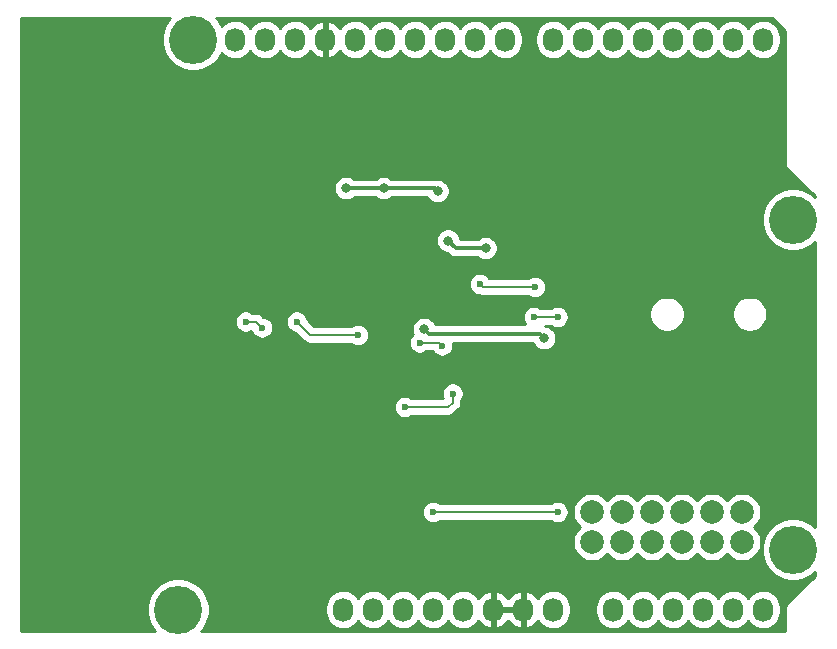
<source format=gbr>
G04 #@! TF.GenerationSoftware,KiCad,Pcbnew,(5.1.8)-1*
G04 #@! TF.CreationDate,2021-04-08T11:54:22-05:00*
G04 #@! TF.ProjectId,DEVLPR,4445564c-5052-42e6-9b69-6361645f7063,rev?*
G04 #@! TF.SameCoordinates,Original*
G04 #@! TF.FileFunction,Copper,L2,Bot*
G04 #@! TF.FilePolarity,Positive*
%FSLAX46Y46*%
G04 Gerber Fmt 4.6, Leading zero omitted, Abs format (unit mm)*
G04 Created by KiCad (PCBNEW (5.1.8)-1) date 2021-04-08 11:54:22*
%MOMM*%
%LPD*%
G01*
G04 APERTURE LIST*
G04 #@! TA.AperFunction,ComponentPad*
%ADD10C,2.000000*%
G04 #@! TD*
G04 #@! TA.AperFunction,ComponentPad*
%ADD11O,1.727200X2.032000*%
G04 #@! TD*
G04 #@! TA.AperFunction,ComponentPad*
%ADD12C,4.064000*%
G04 #@! TD*
G04 #@! TA.AperFunction,ViaPad*
%ADD13C,0.600000*%
G04 #@! TD*
G04 #@! TA.AperFunction,ViaPad*
%ADD14C,0.800000*%
G04 #@! TD*
G04 #@! TA.AperFunction,Conductor*
%ADD15C,0.200000*%
G04 #@! TD*
G04 #@! TA.AperFunction,Conductor*
%ADD16C,0.300000*%
G04 #@! TD*
G04 #@! TA.AperFunction,Conductor*
%ADD17C,0.254000*%
G04 #@! TD*
G04 #@! TA.AperFunction,Conductor*
%ADD18C,0.100000*%
G04 #@! TD*
G04 APERTURE END LIST*
D10*
X172720000Y-118110000D03*
X170180000Y-118110000D03*
X167640000Y-118110000D03*
X165100000Y-118110000D03*
X162560000Y-118110000D03*
X160020000Y-118110000D03*
X160020000Y-115570000D03*
X162560000Y-115570000D03*
X165100000Y-115570000D03*
X167640000Y-115570000D03*
X170180000Y-115570000D03*
X172720000Y-115570000D03*
D11*
X138938000Y-123825000D03*
X141478000Y-123825000D03*
X144018000Y-123825000D03*
X146558000Y-123825000D03*
X149098000Y-123825000D03*
X151638000Y-123825000D03*
X154178000Y-123825000D03*
X156718000Y-123825000D03*
X161798000Y-123825000D03*
X164338000Y-123825000D03*
X166878000Y-123825000D03*
X169418000Y-123825000D03*
X171958000Y-123825000D03*
X174498000Y-123825000D03*
X129794000Y-75565000D03*
X132334000Y-75565000D03*
X134874000Y-75565000D03*
X137414000Y-75565000D03*
X139954000Y-75565000D03*
X142494000Y-75565000D03*
X145034000Y-75565000D03*
X147574000Y-75565000D03*
X150114000Y-75565000D03*
X152654000Y-75565000D03*
X156718000Y-75565000D03*
X159258000Y-75565000D03*
X161798000Y-75565000D03*
X164338000Y-75565000D03*
X166878000Y-75565000D03*
X169418000Y-75565000D03*
X171958000Y-75565000D03*
X174498000Y-75565000D03*
D12*
X124968000Y-123825000D03*
X177038000Y-118745000D03*
X126238000Y-75565000D03*
X177038000Y-90805000D03*
D13*
X155067000Y-99060000D03*
X157099000Y-99060000D03*
X139954000Y-91186000D03*
X133223000Y-102489000D03*
X128651000Y-102362000D03*
X135509000Y-94615000D03*
X159766000Y-111125000D03*
X159766000Y-107188000D03*
X160528000Y-101092000D03*
X160528000Y-98933000D03*
X143510000Y-102489000D03*
X141859000Y-106553000D03*
X173228000Y-92964000D03*
X174498000Y-92837000D03*
X175514000Y-93218000D03*
X155829000Y-94107000D03*
X155575000Y-91948000D03*
X153035000Y-101727000D03*
X135509000Y-85090000D03*
X155194000Y-96520000D03*
X150495000Y-96266000D03*
D14*
X139192000Y-88138000D03*
X146939000Y-88392000D03*
X147828000Y-92583000D03*
X151003000Y-93218000D03*
X142367000Y-88138000D03*
X145796000Y-100076000D03*
X155956000Y-100838000D03*
D13*
X130683000Y-99441000D03*
X132080000Y-99949000D03*
X135001000Y-99441000D03*
X140208000Y-100584000D03*
X146558000Y-115570000D03*
X157099000Y-115570000D03*
X145415000Y-101219000D03*
X147320000Y-101473000D03*
X148209000Y-105537000D03*
X144145000Y-106680000D03*
D15*
X155067000Y-99060000D02*
X157099000Y-99060000D01*
X150749000Y-96520000D02*
X150495000Y-96266000D01*
X155194000Y-96520000D02*
X150749000Y-96520000D01*
D16*
X146685000Y-88138000D02*
X146939000Y-88392000D01*
X148463000Y-93218000D02*
X151003000Y-93218000D01*
X147828000Y-92583000D02*
X148463000Y-93218000D01*
X139192000Y-88138000D02*
X142367000Y-88138000D01*
X142367000Y-88138000D02*
X146685000Y-88138000D01*
X145796000Y-100076000D02*
X146177000Y-100457000D01*
X155575000Y-100457000D02*
X155956000Y-100838000D01*
X146177000Y-100457000D02*
X155575000Y-100457000D01*
D15*
X131572000Y-99441000D02*
X132080000Y-99949000D01*
X130683000Y-99441000D02*
X131572000Y-99441000D01*
X136144000Y-100584000D02*
X140208000Y-100584000D01*
X135001000Y-99441000D02*
X136144000Y-100584000D01*
X146558000Y-115570000D02*
X157099000Y-115570000D01*
X147066000Y-101219000D02*
X147320000Y-101473000D01*
X145415000Y-101219000D02*
X147066000Y-101219000D01*
X148209000Y-105537000D02*
X148209000Y-106299000D01*
X147828000Y-106680000D02*
X144145000Y-106680000D01*
X148209000Y-106299000D02*
X147828000Y-106680000D01*
D17*
X124166406Y-73864887D02*
X123874536Y-74301702D01*
X123673492Y-74787065D01*
X123571000Y-75302323D01*
X123571000Y-75827677D01*
X123673492Y-76342935D01*
X123874536Y-76828298D01*
X124166406Y-77265113D01*
X124537887Y-77636594D01*
X124974702Y-77928464D01*
X125460065Y-78129508D01*
X125975323Y-78232000D01*
X126500677Y-78232000D01*
X127015935Y-78129508D01*
X127501298Y-77928464D01*
X127938113Y-77636594D01*
X128309594Y-77265113D01*
X128601464Y-76828298D01*
X128657001Y-76694219D01*
X128729203Y-76782197D01*
X128957395Y-76969469D01*
X129217737Y-77108625D01*
X129500224Y-77194316D01*
X129794000Y-77223251D01*
X130087777Y-77194316D01*
X130370264Y-77108625D01*
X130630606Y-76969469D01*
X130858797Y-76782197D01*
X131046069Y-76554006D01*
X131064000Y-76520459D01*
X131081931Y-76554006D01*
X131269203Y-76782197D01*
X131497395Y-76969469D01*
X131757737Y-77108625D01*
X132040224Y-77194316D01*
X132334000Y-77223251D01*
X132627777Y-77194316D01*
X132910264Y-77108625D01*
X133170606Y-76969469D01*
X133398797Y-76782197D01*
X133586069Y-76554006D01*
X133604000Y-76520459D01*
X133621931Y-76554006D01*
X133809203Y-76782197D01*
X134037395Y-76969469D01*
X134297737Y-77108625D01*
X134580224Y-77194316D01*
X134874000Y-77223251D01*
X135167777Y-77194316D01*
X135450264Y-77108625D01*
X135710606Y-76969469D01*
X135938797Y-76782197D01*
X136126069Y-76554006D01*
X136147424Y-76514053D01*
X136295514Y-76716729D01*
X136511965Y-76915733D01*
X136763081Y-77068686D01*
X137039211Y-77169709D01*
X137054974Y-77172358D01*
X137287000Y-77051217D01*
X137287000Y-75692000D01*
X137267000Y-75692000D01*
X137267000Y-75438000D01*
X137287000Y-75438000D01*
X137287000Y-74078783D01*
X137541000Y-74078783D01*
X137541000Y-75438000D01*
X137561000Y-75438000D01*
X137561000Y-75692000D01*
X137541000Y-75692000D01*
X137541000Y-77051217D01*
X137773026Y-77172358D01*
X137788789Y-77169709D01*
X138064919Y-77068686D01*
X138316035Y-76915733D01*
X138532486Y-76716729D01*
X138680576Y-76514053D01*
X138701931Y-76554006D01*
X138889203Y-76782197D01*
X139117395Y-76969469D01*
X139377737Y-77108625D01*
X139660224Y-77194316D01*
X139954000Y-77223251D01*
X140247777Y-77194316D01*
X140530264Y-77108625D01*
X140790606Y-76969469D01*
X141018797Y-76782197D01*
X141206069Y-76554006D01*
X141224000Y-76520459D01*
X141241931Y-76554006D01*
X141429203Y-76782197D01*
X141657395Y-76969469D01*
X141917737Y-77108625D01*
X142200224Y-77194316D01*
X142494000Y-77223251D01*
X142787777Y-77194316D01*
X143070264Y-77108625D01*
X143330606Y-76969469D01*
X143558797Y-76782197D01*
X143746069Y-76554006D01*
X143764000Y-76520459D01*
X143781931Y-76554006D01*
X143969203Y-76782197D01*
X144197395Y-76969469D01*
X144457737Y-77108625D01*
X144740224Y-77194316D01*
X145034000Y-77223251D01*
X145327777Y-77194316D01*
X145610264Y-77108625D01*
X145870606Y-76969469D01*
X146098797Y-76782197D01*
X146286069Y-76554006D01*
X146304000Y-76520459D01*
X146321931Y-76554006D01*
X146509203Y-76782197D01*
X146737395Y-76969469D01*
X146997737Y-77108625D01*
X147280224Y-77194316D01*
X147574000Y-77223251D01*
X147867777Y-77194316D01*
X148150264Y-77108625D01*
X148410606Y-76969469D01*
X148638797Y-76782197D01*
X148826069Y-76554006D01*
X148844000Y-76520459D01*
X148861931Y-76554006D01*
X149049203Y-76782197D01*
X149277395Y-76969469D01*
X149537737Y-77108625D01*
X149820224Y-77194316D01*
X150114000Y-77223251D01*
X150407777Y-77194316D01*
X150690264Y-77108625D01*
X150950606Y-76969469D01*
X151178797Y-76782197D01*
X151366069Y-76554006D01*
X151384000Y-76520459D01*
X151401931Y-76554006D01*
X151589203Y-76782197D01*
X151817395Y-76969469D01*
X152077737Y-77108625D01*
X152360224Y-77194316D01*
X152654000Y-77223251D01*
X152947777Y-77194316D01*
X153230264Y-77108625D01*
X153490606Y-76969469D01*
X153718797Y-76782197D01*
X153906069Y-76554006D01*
X154045225Y-76293663D01*
X154130916Y-76011176D01*
X154152600Y-75791018D01*
X154152600Y-75338982D01*
X155219400Y-75338982D01*
X155219400Y-75791019D01*
X155241084Y-76011177D01*
X155326775Y-76293664D01*
X155465931Y-76554006D01*
X155653203Y-76782197D01*
X155881395Y-76969469D01*
X156141737Y-77108625D01*
X156424224Y-77194316D01*
X156718000Y-77223251D01*
X157011777Y-77194316D01*
X157294264Y-77108625D01*
X157554606Y-76969469D01*
X157782797Y-76782197D01*
X157970069Y-76554006D01*
X157988000Y-76520459D01*
X158005931Y-76554006D01*
X158193203Y-76782197D01*
X158421395Y-76969469D01*
X158681737Y-77108625D01*
X158964224Y-77194316D01*
X159258000Y-77223251D01*
X159551777Y-77194316D01*
X159834264Y-77108625D01*
X160094606Y-76969469D01*
X160322797Y-76782197D01*
X160510069Y-76554006D01*
X160528000Y-76520459D01*
X160545931Y-76554006D01*
X160733203Y-76782197D01*
X160961395Y-76969469D01*
X161221737Y-77108625D01*
X161504224Y-77194316D01*
X161798000Y-77223251D01*
X162091777Y-77194316D01*
X162374264Y-77108625D01*
X162634606Y-76969469D01*
X162862797Y-76782197D01*
X163050069Y-76554006D01*
X163068000Y-76520459D01*
X163085931Y-76554006D01*
X163273203Y-76782197D01*
X163501395Y-76969469D01*
X163761737Y-77108625D01*
X164044224Y-77194316D01*
X164338000Y-77223251D01*
X164631777Y-77194316D01*
X164914264Y-77108625D01*
X165174606Y-76969469D01*
X165402797Y-76782197D01*
X165590069Y-76554006D01*
X165608000Y-76520459D01*
X165625931Y-76554006D01*
X165813203Y-76782197D01*
X166041395Y-76969469D01*
X166301737Y-77108625D01*
X166584224Y-77194316D01*
X166878000Y-77223251D01*
X167171777Y-77194316D01*
X167454264Y-77108625D01*
X167714606Y-76969469D01*
X167942797Y-76782197D01*
X168130069Y-76554006D01*
X168148000Y-76520459D01*
X168165931Y-76554006D01*
X168353203Y-76782197D01*
X168581395Y-76969469D01*
X168841737Y-77108625D01*
X169124224Y-77194316D01*
X169418000Y-77223251D01*
X169711777Y-77194316D01*
X169994264Y-77108625D01*
X170254606Y-76969469D01*
X170482797Y-76782197D01*
X170670069Y-76554006D01*
X170688000Y-76520459D01*
X170705931Y-76554006D01*
X170893203Y-76782197D01*
X171121395Y-76969469D01*
X171381737Y-77108625D01*
X171664224Y-77194316D01*
X171958000Y-77223251D01*
X172251777Y-77194316D01*
X172534264Y-77108625D01*
X172794606Y-76969469D01*
X173022797Y-76782197D01*
X173210069Y-76554006D01*
X173228000Y-76520459D01*
X173245931Y-76554006D01*
X173433203Y-76782197D01*
X173661395Y-76969469D01*
X173921737Y-77108625D01*
X174204224Y-77194316D01*
X174498000Y-77223251D01*
X174791777Y-77194316D01*
X175074264Y-77108625D01*
X175334606Y-76969469D01*
X175562797Y-76782197D01*
X175750069Y-76554006D01*
X175889225Y-76293663D01*
X175974916Y-76011176D01*
X175996600Y-75791018D01*
X175996600Y-75338981D01*
X175974916Y-75118823D01*
X175889225Y-74836336D01*
X175750069Y-74575994D01*
X175562797Y-74347803D01*
X175334605Y-74160531D01*
X175074263Y-74021375D01*
X174791776Y-73935684D01*
X174498000Y-73906749D01*
X174204223Y-73935684D01*
X173921736Y-74021375D01*
X173661394Y-74160531D01*
X173433203Y-74347803D01*
X173245931Y-74575995D01*
X173228000Y-74609541D01*
X173210069Y-74575994D01*
X173022797Y-74347803D01*
X172794605Y-74160531D01*
X172534263Y-74021375D01*
X172251776Y-73935684D01*
X171958000Y-73906749D01*
X171664223Y-73935684D01*
X171381736Y-74021375D01*
X171121394Y-74160531D01*
X170893203Y-74347803D01*
X170705931Y-74575995D01*
X170688000Y-74609541D01*
X170670069Y-74575994D01*
X170482797Y-74347803D01*
X170254605Y-74160531D01*
X169994263Y-74021375D01*
X169711776Y-73935684D01*
X169418000Y-73906749D01*
X169124223Y-73935684D01*
X168841736Y-74021375D01*
X168581394Y-74160531D01*
X168353203Y-74347803D01*
X168165931Y-74575995D01*
X168148000Y-74609541D01*
X168130069Y-74575994D01*
X167942797Y-74347803D01*
X167714605Y-74160531D01*
X167454263Y-74021375D01*
X167171776Y-73935684D01*
X166878000Y-73906749D01*
X166584223Y-73935684D01*
X166301736Y-74021375D01*
X166041394Y-74160531D01*
X165813203Y-74347803D01*
X165625931Y-74575995D01*
X165608000Y-74609541D01*
X165590069Y-74575994D01*
X165402797Y-74347803D01*
X165174605Y-74160531D01*
X164914263Y-74021375D01*
X164631776Y-73935684D01*
X164338000Y-73906749D01*
X164044223Y-73935684D01*
X163761736Y-74021375D01*
X163501394Y-74160531D01*
X163273203Y-74347803D01*
X163085931Y-74575995D01*
X163068000Y-74609541D01*
X163050069Y-74575994D01*
X162862797Y-74347803D01*
X162634605Y-74160531D01*
X162374263Y-74021375D01*
X162091776Y-73935684D01*
X161798000Y-73906749D01*
X161504223Y-73935684D01*
X161221736Y-74021375D01*
X160961394Y-74160531D01*
X160733203Y-74347803D01*
X160545931Y-74575995D01*
X160528000Y-74609541D01*
X160510069Y-74575994D01*
X160322797Y-74347803D01*
X160094605Y-74160531D01*
X159834263Y-74021375D01*
X159551776Y-73935684D01*
X159258000Y-73906749D01*
X158964223Y-73935684D01*
X158681736Y-74021375D01*
X158421394Y-74160531D01*
X158193203Y-74347803D01*
X158005931Y-74575995D01*
X157988000Y-74609541D01*
X157970069Y-74575994D01*
X157782797Y-74347803D01*
X157554605Y-74160531D01*
X157294263Y-74021375D01*
X157011776Y-73935684D01*
X156718000Y-73906749D01*
X156424223Y-73935684D01*
X156141736Y-74021375D01*
X155881394Y-74160531D01*
X155653203Y-74347803D01*
X155465931Y-74575995D01*
X155326775Y-74836337D01*
X155241084Y-75118824D01*
X155219400Y-75338982D01*
X154152600Y-75338982D01*
X154152600Y-75338981D01*
X154130916Y-75118823D01*
X154045225Y-74836336D01*
X153906069Y-74575994D01*
X153718797Y-74347803D01*
X153490605Y-74160531D01*
X153230263Y-74021375D01*
X152947776Y-73935684D01*
X152654000Y-73906749D01*
X152360223Y-73935684D01*
X152077736Y-74021375D01*
X151817394Y-74160531D01*
X151589203Y-74347803D01*
X151401931Y-74575995D01*
X151384000Y-74609541D01*
X151366069Y-74575994D01*
X151178797Y-74347803D01*
X150950605Y-74160531D01*
X150690263Y-74021375D01*
X150407776Y-73935684D01*
X150114000Y-73906749D01*
X149820223Y-73935684D01*
X149537736Y-74021375D01*
X149277394Y-74160531D01*
X149049203Y-74347803D01*
X148861931Y-74575995D01*
X148844000Y-74609541D01*
X148826069Y-74575994D01*
X148638797Y-74347803D01*
X148410605Y-74160531D01*
X148150263Y-74021375D01*
X147867776Y-73935684D01*
X147574000Y-73906749D01*
X147280223Y-73935684D01*
X146997736Y-74021375D01*
X146737394Y-74160531D01*
X146509203Y-74347803D01*
X146321931Y-74575995D01*
X146304000Y-74609541D01*
X146286069Y-74575994D01*
X146098797Y-74347803D01*
X145870605Y-74160531D01*
X145610263Y-74021375D01*
X145327776Y-73935684D01*
X145034000Y-73906749D01*
X144740223Y-73935684D01*
X144457736Y-74021375D01*
X144197394Y-74160531D01*
X143969203Y-74347803D01*
X143781931Y-74575995D01*
X143764000Y-74609541D01*
X143746069Y-74575994D01*
X143558797Y-74347803D01*
X143330605Y-74160531D01*
X143070263Y-74021375D01*
X142787776Y-73935684D01*
X142494000Y-73906749D01*
X142200223Y-73935684D01*
X141917736Y-74021375D01*
X141657394Y-74160531D01*
X141429203Y-74347803D01*
X141241931Y-74575995D01*
X141224000Y-74609541D01*
X141206069Y-74575994D01*
X141018797Y-74347803D01*
X140790605Y-74160531D01*
X140530263Y-74021375D01*
X140247776Y-73935684D01*
X139954000Y-73906749D01*
X139660223Y-73935684D01*
X139377736Y-74021375D01*
X139117394Y-74160531D01*
X138889203Y-74347803D01*
X138701931Y-74575995D01*
X138680576Y-74615947D01*
X138532486Y-74413271D01*
X138316035Y-74214267D01*
X138064919Y-74061314D01*
X137788789Y-73960291D01*
X137773026Y-73957642D01*
X137541000Y-74078783D01*
X137287000Y-74078783D01*
X137054974Y-73957642D01*
X137039211Y-73960291D01*
X136763081Y-74061314D01*
X136511965Y-74214267D01*
X136295514Y-74413271D01*
X136147424Y-74615947D01*
X136126069Y-74575994D01*
X135938797Y-74347803D01*
X135710605Y-74160531D01*
X135450263Y-74021375D01*
X135167776Y-73935684D01*
X134874000Y-73906749D01*
X134580223Y-73935684D01*
X134297736Y-74021375D01*
X134037394Y-74160531D01*
X133809203Y-74347803D01*
X133621931Y-74575995D01*
X133604000Y-74609541D01*
X133586069Y-74575994D01*
X133398797Y-74347803D01*
X133170605Y-74160531D01*
X132910263Y-74021375D01*
X132627776Y-73935684D01*
X132334000Y-73906749D01*
X132040223Y-73935684D01*
X131757736Y-74021375D01*
X131497394Y-74160531D01*
X131269203Y-74347803D01*
X131081931Y-74575995D01*
X131064000Y-74609541D01*
X131046069Y-74575994D01*
X130858797Y-74347803D01*
X130630605Y-74160531D01*
X130370263Y-74021375D01*
X130087776Y-73935684D01*
X129794000Y-73906749D01*
X129500223Y-73935684D01*
X129217736Y-74021375D01*
X128957394Y-74160531D01*
X128729203Y-74347803D01*
X128657001Y-74435781D01*
X128601464Y-74301702D01*
X128309594Y-73864887D01*
X128179707Y-73735000D01*
X175219909Y-73735000D01*
X176328001Y-74843093D01*
X176328000Y-85944125D01*
X176324565Y-85979000D01*
X176328000Y-86013875D01*
X176328000Y-86013876D01*
X176338273Y-86118183D01*
X176378872Y-86252019D01*
X176444800Y-86375362D01*
X176533525Y-86483474D01*
X176560617Y-86505708D01*
X178868001Y-88813093D01*
X178868001Y-88863294D01*
X178738113Y-88733406D01*
X178301298Y-88441536D01*
X177815935Y-88240492D01*
X177300677Y-88138000D01*
X176775323Y-88138000D01*
X176260065Y-88240492D01*
X175774702Y-88441536D01*
X175337887Y-88733406D01*
X174966406Y-89104887D01*
X174674536Y-89541702D01*
X174473492Y-90027065D01*
X174371000Y-90542323D01*
X174371000Y-91067677D01*
X174473492Y-91582935D01*
X174674536Y-92068298D01*
X174966406Y-92505113D01*
X175337887Y-92876594D01*
X175774702Y-93168464D01*
X176260065Y-93369508D01*
X176775323Y-93472000D01*
X177300677Y-93472000D01*
X177815935Y-93369508D01*
X178301298Y-93168464D01*
X178738113Y-92876594D01*
X178868001Y-92746706D01*
X178868000Y-116803293D01*
X178738113Y-116673406D01*
X178301298Y-116381536D01*
X177815935Y-116180492D01*
X177300677Y-116078000D01*
X176775323Y-116078000D01*
X176260065Y-116180492D01*
X175774702Y-116381536D01*
X175337887Y-116673406D01*
X174966406Y-117044887D01*
X174674536Y-117481702D01*
X174473492Y-117967065D01*
X174371000Y-118482323D01*
X174371000Y-119007677D01*
X174473492Y-119522935D01*
X174674536Y-120008298D01*
X174966406Y-120445113D01*
X175337887Y-120816594D01*
X175774702Y-121108464D01*
X176260065Y-121309508D01*
X176775323Y-121412000D01*
X177300677Y-121412000D01*
X177815935Y-121309508D01*
X178301298Y-121108464D01*
X178738113Y-120816594D01*
X178868000Y-120686707D01*
X178868000Y-120990908D01*
X176560617Y-123298292D01*
X176533526Y-123320525D01*
X176511293Y-123347616D01*
X176444801Y-123428637D01*
X176378872Y-123551981D01*
X176338274Y-123685816D01*
X176324565Y-123825000D01*
X176328001Y-123859885D01*
X176328000Y-125655000D01*
X126909707Y-125655000D01*
X127039594Y-125525113D01*
X127331464Y-125088298D01*
X127532508Y-124602935D01*
X127635000Y-124087677D01*
X127635000Y-123598982D01*
X137439400Y-123598982D01*
X137439400Y-124051019D01*
X137461084Y-124271177D01*
X137546775Y-124553664D01*
X137685931Y-124814006D01*
X137873203Y-125042197D01*
X138101395Y-125229469D01*
X138361737Y-125368625D01*
X138644224Y-125454316D01*
X138938000Y-125483251D01*
X139231777Y-125454316D01*
X139514264Y-125368625D01*
X139774606Y-125229469D01*
X140002797Y-125042197D01*
X140190069Y-124814006D01*
X140208000Y-124780459D01*
X140225931Y-124814006D01*
X140413203Y-125042197D01*
X140641395Y-125229469D01*
X140901737Y-125368625D01*
X141184224Y-125454316D01*
X141478000Y-125483251D01*
X141771777Y-125454316D01*
X142054264Y-125368625D01*
X142314606Y-125229469D01*
X142542797Y-125042197D01*
X142730069Y-124814006D01*
X142748000Y-124780459D01*
X142765931Y-124814006D01*
X142953203Y-125042197D01*
X143181395Y-125229469D01*
X143441737Y-125368625D01*
X143724224Y-125454316D01*
X144018000Y-125483251D01*
X144311777Y-125454316D01*
X144594264Y-125368625D01*
X144854606Y-125229469D01*
X145082797Y-125042197D01*
X145270069Y-124814006D01*
X145288000Y-124780459D01*
X145305931Y-124814006D01*
X145493203Y-125042197D01*
X145721395Y-125229469D01*
X145981737Y-125368625D01*
X146264224Y-125454316D01*
X146558000Y-125483251D01*
X146851777Y-125454316D01*
X147134264Y-125368625D01*
X147394606Y-125229469D01*
X147622797Y-125042197D01*
X147810069Y-124814006D01*
X147828000Y-124780459D01*
X147845931Y-124814006D01*
X148033203Y-125042197D01*
X148261395Y-125229469D01*
X148521737Y-125368625D01*
X148804224Y-125454316D01*
X149098000Y-125483251D01*
X149391777Y-125454316D01*
X149674264Y-125368625D01*
X149934606Y-125229469D01*
X150162797Y-125042197D01*
X150350069Y-124814006D01*
X150371424Y-124774053D01*
X150519514Y-124976729D01*
X150735965Y-125175733D01*
X150987081Y-125328686D01*
X151263211Y-125429709D01*
X151278974Y-125432358D01*
X151511000Y-125311217D01*
X151511000Y-123952000D01*
X151765000Y-123952000D01*
X151765000Y-125311217D01*
X151997026Y-125432358D01*
X152012789Y-125429709D01*
X152288919Y-125328686D01*
X152540035Y-125175733D01*
X152756486Y-124976729D01*
X152908000Y-124769367D01*
X153059514Y-124976729D01*
X153275965Y-125175733D01*
X153527081Y-125328686D01*
X153803211Y-125429709D01*
X153818974Y-125432358D01*
X154051000Y-125311217D01*
X154051000Y-123952000D01*
X151765000Y-123952000D01*
X151511000Y-123952000D01*
X151491000Y-123952000D01*
X151491000Y-123698000D01*
X151511000Y-123698000D01*
X151511000Y-122338783D01*
X151765000Y-122338783D01*
X151765000Y-123698000D01*
X154051000Y-123698000D01*
X154051000Y-122338783D01*
X154305000Y-122338783D01*
X154305000Y-123698000D01*
X154325000Y-123698000D01*
X154325000Y-123952000D01*
X154305000Y-123952000D01*
X154305000Y-125311217D01*
X154537026Y-125432358D01*
X154552789Y-125429709D01*
X154828919Y-125328686D01*
X155080035Y-125175733D01*
X155296486Y-124976729D01*
X155444576Y-124774053D01*
X155465931Y-124814006D01*
X155653203Y-125042197D01*
X155881395Y-125229469D01*
X156141737Y-125368625D01*
X156424224Y-125454316D01*
X156718000Y-125483251D01*
X157011777Y-125454316D01*
X157294264Y-125368625D01*
X157554606Y-125229469D01*
X157782797Y-125042197D01*
X157970069Y-124814006D01*
X158109225Y-124553663D01*
X158194916Y-124271176D01*
X158216600Y-124051018D01*
X158216600Y-123598982D01*
X160299400Y-123598982D01*
X160299400Y-124051019D01*
X160321084Y-124271177D01*
X160406775Y-124553664D01*
X160545931Y-124814006D01*
X160733203Y-125042197D01*
X160961395Y-125229469D01*
X161221737Y-125368625D01*
X161504224Y-125454316D01*
X161798000Y-125483251D01*
X162091777Y-125454316D01*
X162374264Y-125368625D01*
X162634606Y-125229469D01*
X162862797Y-125042197D01*
X163050069Y-124814006D01*
X163068000Y-124780459D01*
X163085931Y-124814006D01*
X163273203Y-125042197D01*
X163501395Y-125229469D01*
X163761737Y-125368625D01*
X164044224Y-125454316D01*
X164338000Y-125483251D01*
X164631777Y-125454316D01*
X164914264Y-125368625D01*
X165174606Y-125229469D01*
X165402797Y-125042197D01*
X165590069Y-124814006D01*
X165608000Y-124780459D01*
X165625931Y-124814006D01*
X165813203Y-125042197D01*
X166041395Y-125229469D01*
X166301737Y-125368625D01*
X166584224Y-125454316D01*
X166878000Y-125483251D01*
X167171777Y-125454316D01*
X167454264Y-125368625D01*
X167714606Y-125229469D01*
X167942797Y-125042197D01*
X168130069Y-124814006D01*
X168148000Y-124780459D01*
X168165931Y-124814006D01*
X168353203Y-125042197D01*
X168581395Y-125229469D01*
X168841737Y-125368625D01*
X169124224Y-125454316D01*
X169418000Y-125483251D01*
X169711777Y-125454316D01*
X169994264Y-125368625D01*
X170254606Y-125229469D01*
X170482797Y-125042197D01*
X170670069Y-124814006D01*
X170688000Y-124780459D01*
X170705931Y-124814006D01*
X170893203Y-125042197D01*
X171121395Y-125229469D01*
X171381737Y-125368625D01*
X171664224Y-125454316D01*
X171958000Y-125483251D01*
X172251777Y-125454316D01*
X172534264Y-125368625D01*
X172794606Y-125229469D01*
X173022797Y-125042197D01*
X173210069Y-124814006D01*
X173228000Y-124780459D01*
X173245931Y-124814006D01*
X173433203Y-125042197D01*
X173661395Y-125229469D01*
X173921737Y-125368625D01*
X174204224Y-125454316D01*
X174498000Y-125483251D01*
X174791777Y-125454316D01*
X175074264Y-125368625D01*
X175334606Y-125229469D01*
X175562797Y-125042197D01*
X175750069Y-124814006D01*
X175889225Y-124553663D01*
X175974916Y-124271176D01*
X175996600Y-124051018D01*
X175996600Y-123598981D01*
X175974916Y-123378823D01*
X175889225Y-123096336D01*
X175750069Y-122835994D01*
X175562797Y-122607803D01*
X175334605Y-122420531D01*
X175074263Y-122281375D01*
X174791776Y-122195684D01*
X174498000Y-122166749D01*
X174204223Y-122195684D01*
X173921736Y-122281375D01*
X173661394Y-122420531D01*
X173433203Y-122607803D01*
X173245931Y-122835995D01*
X173228000Y-122869541D01*
X173210069Y-122835994D01*
X173022797Y-122607803D01*
X172794605Y-122420531D01*
X172534263Y-122281375D01*
X172251776Y-122195684D01*
X171958000Y-122166749D01*
X171664223Y-122195684D01*
X171381736Y-122281375D01*
X171121394Y-122420531D01*
X170893203Y-122607803D01*
X170705931Y-122835995D01*
X170688000Y-122869541D01*
X170670069Y-122835994D01*
X170482797Y-122607803D01*
X170254605Y-122420531D01*
X169994263Y-122281375D01*
X169711776Y-122195684D01*
X169418000Y-122166749D01*
X169124223Y-122195684D01*
X168841736Y-122281375D01*
X168581394Y-122420531D01*
X168353203Y-122607803D01*
X168165931Y-122835995D01*
X168148000Y-122869541D01*
X168130069Y-122835994D01*
X167942797Y-122607803D01*
X167714605Y-122420531D01*
X167454263Y-122281375D01*
X167171776Y-122195684D01*
X166878000Y-122166749D01*
X166584223Y-122195684D01*
X166301736Y-122281375D01*
X166041394Y-122420531D01*
X165813203Y-122607803D01*
X165625931Y-122835995D01*
X165608000Y-122869541D01*
X165590069Y-122835994D01*
X165402797Y-122607803D01*
X165174605Y-122420531D01*
X164914263Y-122281375D01*
X164631776Y-122195684D01*
X164338000Y-122166749D01*
X164044223Y-122195684D01*
X163761736Y-122281375D01*
X163501394Y-122420531D01*
X163273203Y-122607803D01*
X163085931Y-122835995D01*
X163068000Y-122869541D01*
X163050069Y-122835994D01*
X162862797Y-122607803D01*
X162634605Y-122420531D01*
X162374263Y-122281375D01*
X162091776Y-122195684D01*
X161798000Y-122166749D01*
X161504223Y-122195684D01*
X161221736Y-122281375D01*
X160961394Y-122420531D01*
X160733203Y-122607803D01*
X160545931Y-122835995D01*
X160406775Y-123096337D01*
X160321084Y-123378824D01*
X160299400Y-123598982D01*
X158216600Y-123598982D01*
X158216600Y-123598981D01*
X158194916Y-123378823D01*
X158109225Y-123096336D01*
X157970069Y-122835994D01*
X157782797Y-122607803D01*
X157554605Y-122420531D01*
X157294263Y-122281375D01*
X157011776Y-122195684D01*
X156718000Y-122166749D01*
X156424223Y-122195684D01*
X156141736Y-122281375D01*
X155881394Y-122420531D01*
X155653203Y-122607803D01*
X155465931Y-122835995D01*
X155444576Y-122875947D01*
X155296486Y-122673271D01*
X155080035Y-122474267D01*
X154828919Y-122321314D01*
X154552789Y-122220291D01*
X154537026Y-122217642D01*
X154305000Y-122338783D01*
X154051000Y-122338783D01*
X153818974Y-122217642D01*
X153803211Y-122220291D01*
X153527081Y-122321314D01*
X153275965Y-122474267D01*
X153059514Y-122673271D01*
X152908000Y-122880633D01*
X152756486Y-122673271D01*
X152540035Y-122474267D01*
X152288919Y-122321314D01*
X152012789Y-122220291D01*
X151997026Y-122217642D01*
X151765000Y-122338783D01*
X151511000Y-122338783D01*
X151278974Y-122217642D01*
X151263211Y-122220291D01*
X150987081Y-122321314D01*
X150735965Y-122474267D01*
X150519514Y-122673271D01*
X150371424Y-122875947D01*
X150350069Y-122835994D01*
X150162797Y-122607803D01*
X149934605Y-122420531D01*
X149674263Y-122281375D01*
X149391776Y-122195684D01*
X149098000Y-122166749D01*
X148804223Y-122195684D01*
X148521736Y-122281375D01*
X148261394Y-122420531D01*
X148033203Y-122607803D01*
X147845931Y-122835995D01*
X147828000Y-122869541D01*
X147810069Y-122835994D01*
X147622797Y-122607803D01*
X147394605Y-122420531D01*
X147134263Y-122281375D01*
X146851776Y-122195684D01*
X146558000Y-122166749D01*
X146264223Y-122195684D01*
X145981736Y-122281375D01*
X145721394Y-122420531D01*
X145493203Y-122607803D01*
X145305931Y-122835995D01*
X145288000Y-122869541D01*
X145270069Y-122835994D01*
X145082797Y-122607803D01*
X144854605Y-122420531D01*
X144594263Y-122281375D01*
X144311776Y-122195684D01*
X144018000Y-122166749D01*
X143724223Y-122195684D01*
X143441736Y-122281375D01*
X143181394Y-122420531D01*
X142953203Y-122607803D01*
X142765931Y-122835995D01*
X142748000Y-122869541D01*
X142730069Y-122835994D01*
X142542797Y-122607803D01*
X142314605Y-122420531D01*
X142054263Y-122281375D01*
X141771776Y-122195684D01*
X141478000Y-122166749D01*
X141184223Y-122195684D01*
X140901736Y-122281375D01*
X140641394Y-122420531D01*
X140413203Y-122607803D01*
X140225931Y-122835995D01*
X140208000Y-122869541D01*
X140190069Y-122835994D01*
X140002797Y-122607803D01*
X139774605Y-122420531D01*
X139514263Y-122281375D01*
X139231776Y-122195684D01*
X138938000Y-122166749D01*
X138644223Y-122195684D01*
X138361736Y-122281375D01*
X138101394Y-122420531D01*
X137873203Y-122607803D01*
X137685931Y-122835995D01*
X137546775Y-123096337D01*
X137461084Y-123378824D01*
X137439400Y-123598982D01*
X127635000Y-123598982D01*
X127635000Y-123562323D01*
X127532508Y-123047065D01*
X127331464Y-122561702D01*
X127039594Y-122124887D01*
X126668113Y-121753406D01*
X126231298Y-121461536D01*
X125745935Y-121260492D01*
X125230677Y-121158000D01*
X124705323Y-121158000D01*
X124190065Y-121260492D01*
X123704702Y-121461536D01*
X123267887Y-121753406D01*
X122896406Y-122124887D01*
X122604536Y-122561702D01*
X122403492Y-123047065D01*
X122301000Y-123562323D01*
X122301000Y-124087677D01*
X122403492Y-124602935D01*
X122604536Y-125088298D01*
X122896406Y-125525113D01*
X123026293Y-125655000D01*
X111708000Y-125655000D01*
X111708000Y-115477911D01*
X145623000Y-115477911D01*
X145623000Y-115662089D01*
X145658932Y-115842729D01*
X145729414Y-116012889D01*
X145831738Y-116166028D01*
X145961972Y-116296262D01*
X146115111Y-116398586D01*
X146285271Y-116469068D01*
X146465911Y-116505000D01*
X146650089Y-116505000D01*
X146830729Y-116469068D01*
X147000889Y-116398586D01*
X147140951Y-116305000D01*
X156516049Y-116305000D01*
X156656111Y-116398586D01*
X156826271Y-116469068D01*
X157006911Y-116505000D01*
X157191089Y-116505000D01*
X157371729Y-116469068D01*
X157541889Y-116398586D01*
X157695028Y-116296262D01*
X157825262Y-116166028D01*
X157927586Y-116012889D01*
X157998068Y-115842729D01*
X158034000Y-115662089D01*
X158034000Y-115477911D01*
X158020287Y-115408967D01*
X158385000Y-115408967D01*
X158385000Y-115731033D01*
X158447832Y-116046912D01*
X158571082Y-116344463D01*
X158750013Y-116612252D01*
X158977748Y-116839987D01*
X158977767Y-116840000D01*
X158977748Y-116840013D01*
X158750013Y-117067748D01*
X158571082Y-117335537D01*
X158447832Y-117633088D01*
X158385000Y-117948967D01*
X158385000Y-118271033D01*
X158447832Y-118586912D01*
X158571082Y-118884463D01*
X158750013Y-119152252D01*
X158977748Y-119379987D01*
X159245537Y-119558918D01*
X159543088Y-119682168D01*
X159858967Y-119745000D01*
X160181033Y-119745000D01*
X160496912Y-119682168D01*
X160794463Y-119558918D01*
X161062252Y-119379987D01*
X161289987Y-119152252D01*
X161290000Y-119152233D01*
X161290013Y-119152252D01*
X161517748Y-119379987D01*
X161785537Y-119558918D01*
X162083088Y-119682168D01*
X162398967Y-119745000D01*
X162721033Y-119745000D01*
X163036912Y-119682168D01*
X163334463Y-119558918D01*
X163602252Y-119379987D01*
X163829987Y-119152252D01*
X163830000Y-119152233D01*
X163830013Y-119152252D01*
X164057748Y-119379987D01*
X164325537Y-119558918D01*
X164623088Y-119682168D01*
X164938967Y-119745000D01*
X165261033Y-119745000D01*
X165576912Y-119682168D01*
X165874463Y-119558918D01*
X166142252Y-119379987D01*
X166369987Y-119152252D01*
X166370000Y-119152233D01*
X166370013Y-119152252D01*
X166597748Y-119379987D01*
X166865537Y-119558918D01*
X167163088Y-119682168D01*
X167478967Y-119745000D01*
X167801033Y-119745000D01*
X168116912Y-119682168D01*
X168414463Y-119558918D01*
X168682252Y-119379987D01*
X168909987Y-119152252D01*
X168910000Y-119152233D01*
X168910013Y-119152252D01*
X169137748Y-119379987D01*
X169405537Y-119558918D01*
X169703088Y-119682168D01*
X170018967Y-119745000D01*
X170341033Y-119745000D01*
X170656912Y-119682168D01*
X170954463Y-119558918D01*
X171222252Y-119379987D01*
X171449987Y-119152252D01*
X171450000Y-119152233D01*
X171450013Y-119152252D01*
X171677748Y-119379987D01*
X171945537Y-119558918D01*
X172243088Y-119682168D01*
X172558967Y-119745000D01*
X172881033Y-119745000D01*
X173196912Y-119682168D01*
X173494463Y-119558918D01*
X173762252Y-119379987D01*
X173989987Y-119152252D01*
X174168918Y-118884463D01*
X174292168Y-118586912D01*
X174355000Y-118271033D01*
X174355000Y-117948967D01*
X174292168Y-117633088D01*
X174168918Y-117335537D01*
X173989987Y-117067748D01*
X173762252Y-116840013D01*
X173762233Y-116840000D01*
X173762252Y-116839987D01*
X173989987Y-116612252D01*
X174168918Y-116344463D01*
X174292168Y-116046912D01*
X174355000Y-115731033D01*
X174355000Y-115408967D01*
X174292168Y-115093088D01*
X174168918Y-114795537D01*
X173989987Y-114527748D01*
X173762252Y-114300013D01*
X173494463Y-114121082D01*
X173196912Y-113997832D01*
X172881033Y-113935000D01*
X172558967Y-113935000D01*
X172243088Y-113997832D01*
X171945537Y-114121082D01*
X171677748Y-114300013D01*
X171450013Y-114527748D01*
X171450000Y-114527767D01*
X171449987Y-114527748D01*
X171222252Y-114300013D01*
X170954463Y-114121082D01*
X170656912Y-113997832D01*
X170341033Y-113935000D01*
X170018967Y-113935000D01*
X169703088Y-113997832D01*
X169405537Y-114121082D01*
X169137748Y-114300013D01*
X168910013Y-114527748D01*
X168910000Y-114527767D01*
X168909987Y-114527748D01*
X168682252Y-114300013D01*
X168414463Y-114121082D01*
X168116912Y-113997832D01*
X167801033Y-113935000D01*
X167478967Y-113935000D01*
X167163088Y-113997832D01*
X166865537Y-114121082D01*
X166597748Y-114300013D01*
X166370013Y-114527748D01*
X166370000Y-114527767D01*
X166369987Y-114527748D01*
X166142252Y-114300013D01*
X165874463Y-114121082D01*
X165576912Y-113997832D01*
X165261033Y-113935000D01*
X164938967Y-113935000D01*
X164623088Y-113997832D01*
X164325537Y-114121082D01*
X164057748Y-114300013D01*
X163830013Y-114527748D01*
X163830000Y-114527767D01*
X163829987Y-114527748D01*
X163602252Y-114300013D01*
X163334463Y-114121082D01*
X163036912Y-113997832D01*
X162721033Y-113935000D01*
X162398967Y-113935000D01*
X162083088Y-113997832D01*
X161785537Y-114121082D01*
X161517748Y-114300013D01*
X161290013Y-114527748D01*
X161290000Y-114527767D01*
X161289987Y-114527748D01*
X161062252Y-114300013D01*
X160794463Y-114121082D01*
X160496912Y-113997832D01*
X160181033Y-113935000D01*
X159858967Y-113935000D01*
X159543088Y-113997832D01*
X159245537Y-114121082D01*
X158977748Y-114300013D01*
X158750013Y-114527748D01*
X158571082Y-114795537D01*
X158447832Y-115093088D01*
X158385000Y-115408967D01*
X158020287Y-115408967D01*
X157998068Y-115297271D01*
X157927586Y-115127111D01*
X157825262Y-114973972D01*
X157695028Y-114843738D01*
X157541889Y-114741414D01*
X157371729Y-114670932D01*
X157191089Y-114635000D01*
X157006911Y-114635000D01*
X156826271Y-114670932D01*
X156656111Y-114741414D01*
X156516049Y-114835000D01*
X147140951Y-114835000D01*
X147000889Y-114741414D01*
X146830729Y-114670932D01*
X146650089Y-114635000D01*
X146465911Y-114635000D01*
X146285271Y-114670932D01*
X146115111Y-114741414D01*
X145961972Y-114843738D01*
X145831738Y-114973972D01*
X145729414Y-115127111D01*
X145658932Y-115297271D01*
X145623000Y-115477911D01*
X111708000Y-115477911D01*
X111708000Y-106587911D01*
X143210000Y-106587911D01*
X143210000Y-106772089D01*
X143245932Y-106952729D01*
X143316414Y-107122889D01*
X143418738Y-107276028D01*
X143548972Y-107406262D01*
X143702111Y-107508586D01*
X143872271Y-107579068D01*
X144052911Y-107615000D01*
X144237089Y-107615000D01*
X144417729Y-107579068D01*
X144587889Y-107508586D01*
X144727951Y-107415000D01*
X147791895Y-107415000D01*
X147828000Y-107418556D01*
X147864105Y-107415000D01*
X147972085Y-107404365D01*
X148110633Y-107362337D01*
X148238320Y-107294087D01*
X148350238Y-107202238D01*
X148373259Y-107174187D01*
X148703187Y-106844259D01*
X148731238Y-106821238D01*
X148823087Y-106709320D01*
X148891337Y-106581633D01*
X148933365Y-106443085D01*
X148944000Y-106335105D01*
X148944000Y-106335096D01*
X148947555Y-106299001D01*
X148944000Y-106262906D01*
X148944000Y-106119951D01*
X149037586Y-105979889D01*
X149108068Y-105809729D01*
X149144000Y-105629089D01*
X149144000Y-105444911D01*
X149108068Y-105264271D01*
X149037586Y-105094111D01*
X148935262Y-104940972D01*
X148805028Y-104810738D01*
X148651889Y-104708414D01*
X148481729Y-104637932D01*
X148301089Y-104602000D01*
X148116911Y-104602000D01*
X147936271Y-104637932D01*
X147766111Y-104708414D01*
X147612972Y-104810738D01*
X147482738Y-104940972D01*
X147380414Y-105094111D01*
X147309932Y-105264271D01*
X147274000Y-105444911D01*
X147274000Y-105629089D01*
X147309932Y-105809729D01*
X147365963Y-105945000D01*
X144727951Y-105945000D01*
X144587889Y-105851414D01*
X144417729Y-105780932D01*
X144237089Y-105745000D01*
X144052911Y-105745000D01*
X143872271Y-105780932D01*
X143702111Y-105851414D01*
X143548972Y-105953738D01*
X143418738Y-106083972D01*
X143316414Y-106237111D01*
X143245932Y-106407271D01*
X143210000Y-106587911D01*
X111708000Y-106587911D01*
X111708000Y-99348911D01*
X129748000Y-99348911D01*
X129748000Y-99533089D01*
X129783932Y-99713729D01*
X129854414Y-99883889D01*
X129956738Y-100037028D01*
X130086972Y-100167262D01*
X130240111Y-100269586D01*
X130410271Y-100340068D01*
X130590911Y-100376000D01*
X130775089Y-100376000D01*
X130955729Y-100340068D01*
X131125889Y-100269586D01*
X131184526Y-100230406D01*
X131251414Y-100391889D01*
X131353738Y-100545028D01*
X131483972Y-100675262D01*
X131637111Y-100777586D01*
X131807271Y-100848068D01*
X131987911Y-100884000D01*
X132172089Y-100884000D01*
X132352729Y-100848068D01*
X132522889Y-100777586D01*
X132676028Y-100675262D01*
X132806262Y-100545028D01*
X132908586Y-100391889D01*
X132979068Y-100221729D01*
X133015000Y-100041089D01*
X133015000Y-99856911D01*
X132979068Y-99676271D01*
X132908586Y-99506111D01*
X132806262Y-99352972D01*
X132802201Y-99348911D01*
X134066000Y-99348911D01*
X134066000Y-99533089D01*
X134101932Y-99713729D01*
X134172414Y-99883889D01*
X134274738Y-100037028D01*
X134404972Y-100167262D01*
X134558111Y-100269586D01*
X134728271Y-100340068D01*
X134893485Y-100372932D01*
X135598746Y-101078193D01*
X135621762Y-101106238D01*
X135733680Y-101198087D01*
X135861367Y-101266337D01*
X135957886Y-101295616D01*
X135999914Y-101308365D01*
X136014132Y-101309765D01*
X136107895Y-101319000D01*
X136107902Y-101319000D01*
X136143999Y-101322555D01*
X136180096Y-101319000D01*
X139625049Y-101319000D01*
X139765111Y-101412586D01*
X139935271Y-101483068D01*
X140115911Y-101519000D01*
X140300089Y-101519000D01*
X140480729Y-101483068D01*
X140650889Y-101412586D01*
X140804028Y-101310262D01*
X140934262Y-101180028D01*
X140969753Y-101126911D01*
X144480000Y-101126911D01*
X144480000Y-101311089D01*
X144515932Y-101491729D01*
X144586414Y-101661889D01*
X144688738Y-101815028D01*
X144818972Y-101945262D01*
X144972111Y-102047586D01*
X145142271Y-102118068D01*
X145322911Y-102154000D01*
X145507089Y-102154000D01*
X145687729Y-102118068D01*
X145857889Y-102047586D01*
X145997951Y-101954000D01*
X146516879Y-101954000D01*
X146593738Y-102069028D01*
X146723972Y-102199262D01*
X146877111Y-102301586D01*
X147047271Y-102372068D01*
X147227911Y-102408000D01*
X147412089Y-102408000D01*
X147592729Y-102372068D01*
X147762889Y-102301586D01*
X147916028Y-102199262D01*
X148046262Y-102069028D01*
X148148586Y-101915889D01*
X148219068Y-101745729D01*
X148255000Y-101565089D01*
X148255000Y-101380911D01*
X148227369Y-101242000D01*
X155003066Y-101242000D01*
X155038795Y-101328256D01*
X155152063Y-101497774D01*
X155296226Y-101641937D01*
X155465744Y-101755205D01*
X155654102Y-101833226D01*
X155854061Y-101873000D01*
X156057939Y-101873000D01*
X156257898Y-101833226D01*
X156446256Y-101755205D01*
X156615774Y-101641937D01*
X156759937Y-101497774D01*
X156873205Y-101328256D01*
X156951226Y-101139898D01*
X156991000Y-100939939D01*
X156991000Y-100736061D01*
X156951226Y-100536102D01*
X156873205Y-100347744D01*
X156759937Y-100178226D01*
X156615774Y-100034063D01*
X156446256Y-99920795D01*
X156257898Y-99842774D01*
X156057939Y-99803000D01*
X156015502Y-99803000D01*
X156013233Y-99801138D01*
X156001749Y-99795000D01*
X156516049Y-99795000D01*
X156656111Y-99888586D01*
X156826271Y-99959068D01*
X157006911Y-99995000D01*
X157191089Y-99995000D01*
X157371729Y-99959068D01*
X157541889Y-99888586D01*
X157695028Y-99786262D01*
X157825262Y-99656028D01*
X157927586Y-99502889D01*
X157998068Y-99332729D01*
X158034000Y-99152089D01*
X158034000Y-98967911D01*
X157998068Y-98787271D01*
X157945244Y-98659740D01*
X164881000Y-98659740D01*
X164881000Y-98952260D01*
X164938068Y-99239158D01*
X165050010Y-99509411D01*
X165212525Y-99752632D01*
X165419368Y-99959475D01*
X165662589Y-100121990D01*
X165932842Y-100233932D01*
X166219740Y-100291000D01*
X166512260Y-100291000D01*
X166799158Y-100233932D01*
X167069411Y-100121990D01*
X167312632Y-99959475D01*
X167519475Y-99752632D01*
X167681990Y-99509411D01*
X167793932Y-99239158D01*
X167851000Y-98952260D01*
X167851000Y-98659740D01*
X171881000Y-98659740D01*
X171881000Y-98952260D01*
X171938068Y-99239158D01*
X172050010Y-99509411D01*
X172212525Y-99752632D01*
X172419368Y-99959475D01*
X172662589Y-100121990D01*
X172932842Y-100233932D01*
X173219740Y-100291000D01*
X173512260Y-100291000D01*
X173799158Y-100233932D01*
X174069411Y-100121990D01*
X174312632Y-99959475D01*
X174519475Y-99752632D01*
X174681990Y-99509411D01*
X174793932Y-99239158D01*
X174851000Y-98952260D01*
X174851000Y-98659740D01*
X174793932Y-98372842D01*
X174681990Y-98102589D01*
X174519475Y-97859368D01*
X174312632Y-97652525D01*
X174069411Y-97490010D01*
X173799158Y-97378068D01*
X173512260Y-97321000D01*
X173219740Y-97321000D01*
X172932842Y-97378068D01*
X172662589Y-97490010D01*
X172419368Y-97652525D01*
X172212525Y-97859368D01*
X172050010Y-98102589D01*
X171938068Y-98372842D01*
X171881000Y-98659740D01*
X167851000Y-98659740D01*
X167793932Y-98372842D01*
X167681990Y-98102589D01*
X167519475Y-97859368D01*
X167312632Y-97652525D01*
X167069411Y-97490010D01*
X166799158Y-97378068D01*
X166512260Y-97321000D01*
X166219740Y-97321000D01*
X165932842Y-97378068D01*
X165662589Y-97490010D01*
X165419368Y-97652525D01*
X165212525Y-97859368D01*
X165050010Y-98102589D01*
X164938068Y-98372842D01*
X164881000Y-98659740D01*
X157945244Y-98659740D01*
X157927586Y-98617111D01*
X157825262Y-98463972D01*
X157695028Y-98333738D01*
X157541889Y-98231414D01*
X157371729Y-98160932D01*
X157191089Y-98125000D01*
X157006911Y-98125000D01*
X156826271Y-98160932D01*
X156656111Y-98231414D01*
X156516049Y-98325000D01*
X155649951Y-98325000D01*
X155509889Y-98231414D01*
X155339729Y-98160932D01*
X155159089Y-98125000D01*
X154974911Y-98125000D01*
X154794271Y-98160932D01*
X154624111Y-98231414D01*
X154470972Y-98333738D01*
X154340738Y-98463972D01*
X154238414Y-98617111D01*
X154167932Y-98787271D01*
X154132000Y-98967911D01*
X154132000Y-99152089D01*
X154167932Y-99332729D01*
X154238414Y-99502889D01*
X154340738Y-99656028D01*
X154356710Y-99672000D01*
X146748934Y-99672000D01*
X146713205Y-99585744D01*
X146599937Y-99416226D01*
X146455774Y-99272063D01*
X146286256Y-99158795D01*
X146097898Y-99080774D01*
X145897939Y-99041000D01*
X145694061Y-99041000D01*
X145494102Y-99080774D01*
X145305744Y-99158795D01*
X145136226Y-99272063D01*
X144992063Y-99416226D01*
X144878795Y-99585744D01*
X144800774Y-99774102D01*
X144761000Y-99974061D01*
X144761000Y-100177939D01*
X144800774Y-100377898D01*
X144841976Y-100477367D01*
X144818972Y-100492738D01*
X144688738Y-100622972D01*
X144586414Y-100776111D01*
X144515932Y-100946271D01*
X144480000Y-101126911D01*
X140969753Y-101126911D01*
X141036586Y-101026889D01*
X141107068Y-100856729D01*
X141143000Y-100676089D01*
X141143000Y-100491911D01*
X141107068Y-100311271D01*
X141036586Y-100141111D01*
X140934262Y-99987972D01*
X140804028Y-99857738D01*
X140650889Y-99755414D01*
X140480729Y-99684932D01*
X140300089Y-99649000D01*
X140115911Y-99649000D01*
X139935271Y-99684932D01*
X139765111Y-99755414D01*
X139625049Y-99849000D01*
X136448447Y-99849000D01*
X135932932Y-99333485D01*
X135900068Y-99168271D01*
X135829586Y-98998111D01*
X135727262Y-98844972D01*
X135597028Y-98714738D01*
X135443889Y-98612414D01*
X135273729Y-98541932D01*
X135093089Y-98506000D01*
X134908911Y-98506000D01*
X134728271Y-98541932D01*
X134558111Y-98612414D01*
X134404972Y-98714738D01*
X134274738Y-98844972D01*
X134172414Y-98998111D01*
X134101932Y-99168271D01*
X134066000Y-99348911D01*
X132802201Y-99348911D01*
X132676028Y-99222738D01*
X132522889Y-99120414D01*
X132352729Y-99049932D01*
X132187515Y-99017068D01*
X132117258Y-98946812D01*
X132094238Y-98918762D01*
X131982320Y-98826913D01*
X131854633Y-98758663D01*
X131716085Y-98716635D01*
X131608105Y-98706000D01*
X131572000Y-98702444D01*
X131535895Y-98706000D01*
X131265951Y-98706000D01*
X131125889Y-98612414D01*
X130955729Y-98541932D01*
X130775089Y-98506000D01*
X130590911Y-98506000D01*
X130410271Y-98541932D01*
X130240111Y-98612414D01*
X130086972Y-98714738D01*
X129956738Y-98844972D01*
X129854414Y-98998111D01*
X129783932Y-99168271D01*
X129748000Y-99348911D01*
X111708000Y-99348911D01*
X111708000Y-96173911D01*
X149560000Y-96173911D01*
X149560000Y-96358089D01*
X149595932Y-96538729D01*
X149666414Y-96708889D01*
X149768738Y-96862028D01*
X149898972Y-96992262D01*
X150052111Y-97094586D01*
X150222271Y-97165068D01*
X150402911Y-97201000D01*
X150463866Y-97201000D01*
X150466367Y-97202337D01*
X150604915Y-97244365D01*
X150712895Y-97255000D01*
X150712904Y-97255000D01*
X150748999Y-97258555D01*
X150785094Y-97255000D01*
X154611049Y-97255000D01*
X154751111Y-97348586D01*
X154921271Y-97419068D01*
X155101911Y-97455000D01*
X155286089Y-97455000D01*
X155466729Y-97419068D01*
X155636889Y-97348586D01*
X155790028Y-97246262D01*
X155920262Y-97116028D01*
X156022586Y-96962889D01*
X156093068Y-96792729D01*
X156129000Y-96612089D01*
X156129000Y-96427911D01*
X156093068Y-96247271D01*
X156022586Y-96077111D01*
X155920262Y-95923972D01*
X155790028Y-95793738D01*
X155636889Y-95691414D01*
X155466729Y-95620932D01*
X155286089Y-95585000D01*
X155101911Y-95585000D01*
X154921271Y-95620932D01*
X154751111Y-95691414D01*
X154611049Y-95785000D01*
X151298121Y-95785000D01*
X151221262Y-95669972D01*
X151091028Y-95539738D01*
X150937889Y-95437414D01*
X150767729Y-95366932D01*
X150587089Y-95331000D01*
X150402911Y-95331000D01*
X150222271Y-95366932D01*
X150052111Y-95437414D01*
X149898972Y-95539738D01*
X149768738Y-95669972D01*
X149666414Y-95823111D01*
X149595932Y-95993271D01*
X149560000Y-96173911D01*
X111708000Y-96173911D01*
X111708000Y-92481061D01*
X146793000Y-92481061D01*
X146793000Y-92684939D01*
X146832774Y-92884898D01*
X146910795Y-93073256D01*
X147024063Y-93242774D01*
X147168226Y-93386937D01*
X147337744Y-93500205D01*
X147526102Y-93578226D01*
X147726061Y-93618000D01*
X147752843Y-93618000D01*
X147880653Y-93745810D01*
X147905236Y-93775764D01*
X148024767Y-93873862D01*
X148161140Y-93946754D01*
X148309113Y-93991642D01*
X148384026Y-93999020D01*
X148424439Y-94003000D01*
X148424444Y-94003000D01*
X148463000Y-94006797D01*
X148501556Y-94003000D01*
X150324289Y-94003000D01*
X150343226Y-94021937D01*
X150512744Y-94135205D01*
X150701102Y-94213226D01*
X150901061Y-94253000D01*
X151104939Y-94253000D01*
X151304898Y-94213226D01*
X151493256Y-94135205D01*
X151662774Y-94021937D01*
X151806937Y-93877774D01*
X151920205Y-93708256D01*
X151998226Y-93519898D01*
X152038000Y-93319939D01*
X152038000Y-93116061D01*
X151998226Y-92916102D01*
X151920205Y-92727744D01*
X151806937Y-92558226D01*
X151662774Y-92414063D01*
X151493256Y-92300795D01*
X151304898Y-92222774D01*
X151104939Y-92183000D01*
X150901061Y-92183000D01*
X150701102Y-92222774D01*
X150512744Y-92300795D01*
X150343226Y-92414063D01*
X150324289Y-92433000D01*
X148853440Y-92433000D01*
X148823226Y-92281102D01*
X148745205Y-92092744D01*
X148631937Y-91923226D01*
X148487774Y-91779063D01*
X148318256Y-91665795D01*
X148129898Y-91587774D01*
X147929939Y-91548000D01*
X147726061Y-91548000D01*
X147526102Y-91587774D01*
X147337744Y-91665795D01*
X147168226Y-91779063D01*
X147024063Y-91923226D01*
X146910795Y-92092744D01*
X146832774Y-92281102D01*
X146793000Y-92481061D01*
X111708000Y-92481061D01*
X111708000Y-88036061D01*
X138157000Y-88036061D01*
X138157000Y-88239939D01*
X138196774Y-88439898D01*
X138274795Y-88628256D01*
X138388063Y-88797774D01*
X138532226Y-88941937D01*
X138701744Y-89055205D01*
X138890102Y-89133226D01*
X139090061Y-89173000D01*
X139293939Y-89173000D01*
X139493898Y-89133226D01*
X139682256Y-89055205D01*
X139851774Y-88941937D01*
X139870711Y-88923000D01*
X141688289Y-88923000D01*
X141707226Y-88941937D01*
X141876744Y-89055205D01*
X142065102Y-89133226D01*
X142265061Y-89173000D01*
X142468939Y-89173000D01*
X142668898Y-89133226D01*
X142857256Y-89055205D01*
X143026774Y-88941937D01*
X143045711Y-88923000D01*
X146049019Y-88923000D01*
X146135063Y-89051774D01*
X146279226Y-89195937D01*
X146448744Y-89309205D01*
X146637102Y-89387226D01*
X146837061Y-89427000D01*
X147040939Y-89427000D01*
X147240898Y-89387226D01*
X147429256Y-89309205D01*
X147598774Y-89195937D01*
X147742937Y-89051774D01*
X147856205Y-88882256D01*
X147934226Y-88693898D01*
X147974000Y-88493939D01*
X147974000Y-88290061D01*
X147934226Y-88090102D01*
X147856205Y-87901744D01*
X147742937Y-87732226D01*
X147598774Y-87588063D01*
X147429256Y-87474795D01*
X147240898Y-87396774D01*
X147040939Y-87357000D01*
X146837061Y-87357000D01*
X146812922Y-87361802D01*
X146723561Y-87353000D01*
X146723553Y-87353000D01*
X146685000Y-87349203D01*
X146646447Y-87353000D01*
X143045711Y-87353000D01*
X143026774Y-87334063D01*
X142857256Y-87220795D01*
X142668898Y-87142774D01*
X142468939Y-87103000D01*
X142265061Y-87103000D01*
X142065102Y-87142774D01*
X141876744Y-87220795D01*
X141707226Y-87334063D01*
X141688289Y-87353000D01*
X139870711Y-87353000D01*
X139851774Y-87334063D01*
X139682256Y-87220795D01*
X139493898Y-87142774D01*
X139293939Y-87103000D01*
X139090061Y-87103000D01*
X138890102Y-87142774D01*
X138701744Y-87220795D01*
X138532226Y-87334063D01*
X138388063Y-87478226D01*
X138274795Y-87647744D01*
X138196774Y-87836102D01*
X138157000Y-88036061D01*
X111708000Y-88036061D01*
X111708000Y-73735000D01*
X124296293Y-73735000D01*
X124166406Y-73864887D01*
G04 #@! TA.AperFunction,Conductor*
D18*
G36*
X124166406Y-73864887D02*
G01*
X123874536Y-74301702D01*
X123673492Y-74787065D01*
X123571000Y-75302323D01*
X123571000Y-75827677D01*
X123673492Y-76342935D01*
X123874536Y-76828298D01*
X124166406Y-77265113D01*
X124537887Y-77636594D01*
X124974702Y-77928464D01*
X125460065Y-78129508D01*
X125975323Y-78232000D01*
X126500677Y-78232000D01*
X127015935Y-78129508D01*
X127501298Y-77928464D01*
X127938113Y-77636594D01*
X128309594Y-77265113D01*
X128601464Y-76828298D01*
X128657001Y-76694219D01*
X128729203Y-76782197D01*
X128957395Y-76969469D01*
X129217737Y-77108625D01*
X129500224Y-77194316D01*
X129794000Y-77223251D01*
X130087777Y-77194316D01*
X130370264Y-77108625D01*
X130630606Y-76969469D01*
X130858797Y-76782197D01*
X131046069Y-76554006D01*
X131064000Y-76520459D01*
X131081931Y-76554006D01*
X131269203Y-76782197D01*
X131497395Y-76969469D01*
X131757737Y-77108625D01*
X132040224Y-77194316D01*
X132334000Y-77223251D01*
X132627777Y-77194316D01*
X132910264Y-77108625D01*
X133170606Y-76969469D01*
X133398797Y-76782197D01*
X133586069Y-76554006D01*
X133604000Y-76520459D01*
X133621931Y-76554006D01*
X133809203Y-76782197D01*
X134037395Y-76969469D01*
X134297737Y-77108625D01*
X134580224Y-77194316D01*
X134874000Y-77223251D01*
X135167777Y-77194316D01*
X135450264Y-77108625D01*
X135710606Y-76969469D01*
X135938797Y-76782197D01*
X136126069Y-76554006D01*
X136147424Y-76514053D01*
X136295514Y-76716729D01*
X136511965Y-76915733D01*
X136763081Y-77068686D01*
X137039211Y-77169709D01*
X137054974Y-77172358D01*
X137287000Y-77051217D01*
X137287000Y-75692000D01*
X137267000Y-75692000D01*
X137267000Y-75438000D01*
X137287000Y-75438000D01*
X137287000Y-74078783D01*
X137541000Y-74078783D01*
X137541000Y-75438000D01*
X137561000Y-75438000D01*
X137561000Y-75692000D01*
X137541000Y-75692000D01*
X137541000Y-77051217D01*
X137773026Y-77172358D01*
X137788789Y-77169709D01*
X138064919Y-77068686D01*
X138316035Y-76915733D01*
X138532486Y-76716729D01*
X138680576Y-76514053D01*
X138701931Y-76554006D01*
X138889203Y-76782197D01*
X139117395Y-76969469D01*
X139377737Y-77108625D01*
X139660224Y-77194316D01*
X139954000Y-77223251D01*
X140247777Y-77194316D01*
X140530264Y-77108625D01*
X140790606Y-76969469D01*
X141018797Y-76782197D01*
X141206069Y-76554006D01*
X141224000Y-76520459D01*
X141241931Y-76554006D01*
X141429203Y-76782197D01*
X141657395Y-76969469D01*
X141917737Y-77108625D01*
X142200224Y-77194316D01*
X142494000Y-77223251D01*
X142787777Y-77194316D01*
X143070264Y-77108625D01*
X143330606Y-76969469D01*
X143558797Y-76782197D01*
X143746069Y-76554006D01*
X143764000Y-76520459D01*
X143781931Y-76554006D01*
X143969203Y-76782197D01*
X144197395Y-76969469D01*
X144457737Y-77108625D01*
X144740224Y-77194316D01*
X145034000Y-77223251D01*
X145327777Y-77194316D01*
X145610264Y-77108625D01*
X145870606Y-76969469D01*
X146098797Y-76782197D01*
X146286069Y-76554006D01*
X146304000Y-76520459D01*
X146321931Y-76554006D01*
X146509203Y-76782197D01*
X146737395Y-76969469D01*
X146997737Y-77108625D01*
X147280224Y-77194316D01*
X147574000Y-77223251D01*
X147867777Y-77194316D01*
X148150264Y-77108625D01*
X148410606Y-76969469D01*
X148638797Y-76782197D01*
X148826069Y-76554006D01*
X148844000Y-76520459D01*
X148861931Y-76554006D01*
X149049203Y-76782197D01*
X149277395Y-76969469D01*
X149537737Y-77108625D01*
X149820224Y-77194316D01*
X150114000Y-77223251D01*
X150407777Y-77194316D01*
X150690264Y-77108625D01*
X150950606Y-76969469D01*
X151178797Y-76782197D01*
X151366069Y-76554006D01*
X151384000Y-76520459D01*
X151401931Y-76554006D01*
X151589203Y-76782197D01*
X151817395Y-76969469D01*
X152077737Y-77108625D01*
X152360224Y-77194316D01*
X152654000Y-77223251D01*
X152947777Y-77194316D01*
X153230264Y-77108625D01*
X153490606Y-76969469D01*
X153718797Y-76782197D01*
X153906069Y-76554006D01*
X154045225Y-76293663D01*
X154130916Y-76011176D01*
X154152600Y-75791018D01*
X154152600Y-75338982D01*
X155219400Y-75338982D01*
X155219400Y-75791019D01*
X155241084Y-76011177D01*
X155326775Y-76293664D01*
X155465931Y-76554006D01*
X155653203Y-76782197D01*
X155881395Y-76969469D01*
X156141737Y-77108625D01*
X156424224Y-77194316D01*
X156718000Y-77223251D01*
X157011777Y-77194316D01*
X157294264Y-77108625D01*
X157554606Y-76969469D01*
X157782797Y-76782197D01*
X157970069Y-76554006D01*
X157988000Y-76520459D01*
X158005931Y-76554006D01*
X158193203Y-76782197D01*
X158421395Y-76969469D01*
X158681737Y-77108625D01*
X158964224Y-77194316D01*
X159258000Y-77223251D01*
X159551777Y-77194316D01*
X159834264Y-77108625D01*
X160094606Y-76969469D01*
X160322797Y-76782197D01*
X160510069Y-76554006D01*
X160528000Y-76520459D01*
X160545931Y-76554006D01*
X160733203Y-76782197D01*
X160961395Y-76969469D01*
X161221737Y-77108625D01*
X161504224Y-77194316D01*
X161798000Y-77223251D01*
X162091777Y-77194316D01*
X162374264Y-77108625D01*
X162634606Y-76969469D01*
X162862797Y-76782197D01*
X163050069Y-76554006D01*
X163068000Y-76520459D01*
X163085931Y-76554006D01*
X163273203Y-76782197D01*
X163501395Y-76969469D01*
X163761737Y-77108625D01*
X164044224Y-77194316D01*
X164338000Y-77223251D01*
X164631777Y-77194316D01*
X164914264Y-77108625D01*
X165174606Y-76969469D01*
X165402797Y-76782197D01*
X165590069Y-76554006D01*
X165608000Y-76520459D01*
X165625931Y-76554006D01*
X165813203Y-76782197D01*
X166041395Y-76969469D01*
X166301737Y-77108625D01*
X166584224Y-77194316D01*
X166878000Y-77223251D01*
X167171777Y-77194316D01*
X167454264Y-77108625D01*
X167714606Y-76969469D01*
X167942797Y-76782197D01*
X168130069Y-76554006D01*
X168148000Y-76520459D01*
X168165931Y-76554006D01*
X168353203Y-76782197D01*
X168581395Y-76969469D01*
X168841737Y-77108625D01*
X169124224Y-77194316D01*
X169418000Y-77223251D01*
X169711777Y-77194316D01*
X169994264Y-77108625D01*
X170254606Y-76969469D01*
X170482797Y-76782197D01*
X170670069Y-76554006D01*
X170688000Y-76520459D01*
X170705931Y-76554006D01*
X170893203Y-76782197D01*
X171121395Y-76969469D01*
X171381737Y-77108625D01*
X171664224Y-77194316D01*
X171958000Y-77223251D01*
X172251777Y-77194316D01*
X172534264Y-77108625D01*
X172794606Y-76969469D01*
X173022797Y-76782197D01*
X173210069Y-76554006D01*
X173228000Y-76520459D01*
X173245931Y-76554006D01*
X173433203Y-76782197D01*
X173661395Y-76969469D01*
X173921737Y-77108625D01*
X174204224Y-77194316D01*
X174498000Y-77223251D01*
X174791777Y-77194316D01*
X175074264Y-77108625D01*
X175334606Y-76969469D01*
X175562797Y-76782197D01*
X175750069Y-76554006D01*
X175889225Y-76293663D01*
X175974916Y-76011176D01*
X175996600Y-75791018D01*
X175996600Y-75338981D01*
X175974916Y-75118823D01*
X175889225Y-74836336D01*
X175750069Y-74575994D01*
X175562797Y-74347803D01*
X175334605Y-74160531D01*
X175074263Y-74021375D01*
X174791776Y-73935684D01*
X174498000Y-73906749D01*
X174204223Y-73935684D01*
X173921736Y-74021375D01*
X173661394Y-74160531D01*
X173433203Y-74347803D01*
X173245931Y-74575995D01*
X173228000Y-74609541D01*
X173210069Y-74575994D01*
X173022797Y-74347803D01*
X172794605Y-74160531D01*
X172534263Y-74021375D01*
X172251776Y-73935684D01*
X171958000Y-73906749D01*
X171664223Y-73935684D01*
X171381736Y-74021375D01*
X171121394Y-74160531D01*
X170893203Y-74347803D01*
X170705931Y-74575995D01*
X170688000Y-74609541D01*
X170670069Y-74575994D01*
X170482797Y-74347803D01*
X170254605Y-74160531D01*
X169994263Y-74021375D01*
X169711776Y-73935684D01*
X169418000Y-73906749D01*
X169124223Y-73935684D01*
X168841736Y-74021375D01*
X168581394Y-74160531D01*
X168353203Y-74347803D01*
X168165931Y-74575995D01*
X168148000Y-74609541D01*
X168130069Y-74575994D01*
X167942797Y-74347803D01*
X167714605Y-74160531D01*
X167454263Y-74021375D01*
X167171776Y-73935684D01*
X166878000Y-73906749D01*
X166584223Y-73935684D01*
X166301736Y-74021375D01*
X166041394Y-74160531D01*
X165813203Y-74347803D01*
X165625931Y-74575995D01*
X165608000Y-74609541D01*
X165590069Y-74575994D01*
X165402797Y-74347803D01*
X165174605Y-74160531D01*
X164914263Y-74021375D01*
X164631776Y-73935684D01*
X164338000Y-73906749D01*
X164044223Y-73935684D01*
X163761736Y-74021375D01*
X163501394Y-74160531D01*
X163273203Y-74347803D01*
X163085931Y-74575995D01*
X163068000Y-74609541D01*
X163050069Y-74575994D01*
X162862797Y-74347803D01*
X162634605Y-74160531D01*
X162374263Y-74021375D01*
X162091776Y-73935684D01*
X161798000Y-73906749D01*
X161504223Y-73935684D01*
X161221736Y-74021375D01*
X160961394Y-74160531D01*
X160733203Y-74347803D01*
X160545931Y-74575995D01*
X160528000Y-74609541D01*
X160510069Y-74575994D01*
X160322797Y-74347803D01*
X160094605Y-74160531D01*
X159834263Y-74021375D01*
X159551776Y-73935684D01*
X159258000Y-73906749D01*
X158964223Y-73935684D01*
X158681736Y-74021375D01*
X158421394Y-74160531D01*
X158193203Y-74347803D01*
X158005931Y-74575995D01*
X157988000Y-74609541D01*
X157970069Y-74575994D01*
X157782797Y-74347803D01*
X157554605Y-74160531D01*
X157294263Y-74021375D01*
X157011776Y-73935684D01*
X156718000Y-73906749D01*
X156424223Y-73935684D01*
X156141736Y-74021375D01*
X155881394Y-74160531D01*
X155653203Y-74347803D01*
X155465931Y-74575995D01*
X155326775Y-74836337D01*
X155241084Y-75118824D01*
X155219400Y-75338982D01*
X154152600Y-75338982D01*
X154152600Y-75338981D01*
X154130916Y-75118823D01*
X154045225Y-74836336D01*
X153906069Y-74575994D01*
X153718797Y-74347803D01*
X153490605Y-74160531D01*
X153230263Y-74021375D01*
X152947776Y-73935684D01*
X152654000Y-73906749D01*
X152360223Y-73935684D01*
X152077736Y-74021375D01*
X151817394Y-74160531D01*
X151589203Y-74347803D01*
X151401931Y-74575995D01*
X151384000Y-74609541D01*
X151366069Y-74575994D01*
X151178797Y-74347803D01*
X150950605Y-74160531D01*
X150690263Y-74021375D01*
X150407776Y-73935684D01*
X150114000Y-73906749D01*
X149820223Y-73935684D01*
X149537736Y-74021375D01*
X149277394Y-74160531D01*
X149049203Y-74347803D01*
X148861931Y-74575995D01*
X148844000Y-74609541D01*
X148826069Y-74575994D01*
X148638797Y-74347803D01*
X148410605Y-74160531D01*
X148150263Y-74021375D01*
X147867776Y-73935684D01*
X147574000Y-73906749D01*
X147280223Y-73935684D01*
X146997736Y-74021375D01*
X146737394Y-74160531D01*
X146509203Y-74347803D01*
X146321931Y-74575995D01*
X146304000Y-74609541D01*
X146286069Y-74575994D01*
X146098797Y-74347803D01*
X145870605Y-74160531D01*
X145610263Y-74021375D01*
X145327776Y-73935684D01*
X145034000Y-73906749D01*
X144740223Y-73935684D01*
X144457736Y-74021375D01*
X144197394Y-74160531D01*
X143969203Y-74347803D01*
X143781931Y-74575995D01*
X143764000Y-74609541D01*
X143746069Y-74575994D01*
X143558797Y-74347803D01*
X143330605Y-74160531D01*
X143070263Y-74021375D01*
X142787776Y-73935684D01*
X142494000Y-73906749D01*
X142200223Y-73935684D01*
X141917736Y-74021375D01*
X141657394Y-74160531D01*
X141429203Y-74347803D01*
X141241931Y-74575995D01*
X141224000Y-74609541D01*
X141206069Y-74575994D01*
X141018797Y-74347803D01*
X140790605Y-74160531D01*
X140530263Y-74021375D01*
X140247776Y-73935684D01*
X139954000Y-73906749D01*
X139660223Y-73935684D01*
X139377736Y-74021375D01*
X139117394Y-74160531D01*
X138889203Y-74347803D01*
X138701931Y-74575995D01*
X138680576Y-74615947D01*
X138532486Y-74413271D01*
X138316035Y-74214267D01*
X138064919Y-74061314D01*
X137788789Y-73960291D01*
X137773026Y-73957642D01*
X137541000Y-74078783D01*
X137287000Y-74078783D01*
X137054974Y-73957642D01*
X137039211Y-73960291D01*
X136763081Y-74061314D01*
X136511965Y-74214267D01*
X136295514Y-74413271D01*
X136147424Y-74615947D01*
X136126069Y-74575994D01*
X135938797Y-74347803D01*
X135710605Y-74160531D01*
X135450263Y-74021375D01*
X135167776Y-73935684D01*
X134874000Y-73906749D01*
X134580223Y-73935684D01*
X134297736Y-74021375D01*
X134037394Y-74160531D01*
X133809203Y-74347803D01*
X133621931Y-74575995D01*
X133604000Y-74609541D01*
X133586069Y-74575994D01*
X133398797Y-74347803D01*
X133170605Y-74160531D01*
X132910263Y-74021375D01*
X132627776Y-73935684D01*
X132334000Y-73906749D01*
X132040223Y-73935684D01*
X131757736Y-74021375D01*
X131497394Y-74160531D01*
X131269203Y-74347803D01*
X131081931Y-74575995D01*
X131064000Y-74609541D01*
X131046069Y-74575994D01*
X130858797Y-74347803D01*
X130630605Y-74160531D01*
X130370263Y-74021375D01*
X130087776Y-73935684D01*
X129794000Y-73906749D01*
X129500223Y-73935684D01*
X129217736Y-74021375D01*
X128957394Y-74160531D01*
X128729203Y-74347803D01*
X128657001Y-74435781D01*
X128601464Y-74301702D01*
X128309594Y-73864887D01*
X128179707Y-73735000D01*
X175219909Y-73735000D01*
X176328001Y-74843093D01*
X176328000Y-85944125D01*
X176324565Y-85979000D01*
X176328000Y-86013875D01*
X176328000Y-86013876D01*
X176338273Y-86118183D01*
X176378872Y-86252019D01*
X176444800Y-86375362D01*
X176533525Y-86483474D01*
X176560617Y-86505708D01*
X178868001Y-88813093D01*
X178868001Y-88863294D01*
X178738113Y-88733406D01*
X178301298Y-88441536D01*
X177815935Y-88240492D01*
X177300677Y-88138000D01*
X176775323Y-88138000D01*
X176260065Y-88240492D01*
X175774702Y-88441536D01*
X175337887Y-88733406D01*
X174966406Y-89104887D01*
X174674536Y-89541702D01*
X174473492Y-90027065D01*
X174371000Y-90542323D01*
X174371000Y-91067677D01*
X174473492Y-91582935D01*
X174674536Y-92068298D01*
X174966406Y-92505113D01*
X175337887Y-92876594D01*
X175774702Y-93168464D01*
X176260065Y-93369508D01*
X176775323Y-93472000D01*
X177300677Y-93472000D01*
X177815935Y-93369508D01*
X178301298Y-93168464D01*
X178738113Y-92876594D01*
X178868001Y-92746706D01*
X178868000Y-116803293D01*
X178738113Y-116673406D01*
X178301298Y-116381536D01*
X177815935Y-116180492D01*
X177300677Y-116078000D01*
X176775323Y-116078000D01*
X176260065Y-116180492D01*
X175774702Y-116381536D01*
X175337887Y-116673406D01*
X174966406Y-117044887D01*
X174674536Y-117481702D01*
X174473492Y-117967065D01*
X174371000Y-118482323D01*
X174371000Y-119007677D01*
X174473492Y-119522935D01*
X174674536Y-120008298D01*
X174966406Y-120445113D01*
X175337887Y-120816594D01*
X175774702Y-121108464D01*
X176260065Y-121309508D01*
X176775323Y-121412000D01*
X177300677Y-121412000D01*
X177815935Y-121309508D01*
X178301298Y-121108464D01*
X178738113Y-120816594D01*
X178868000Y-120686707D01*
X178868000Y-120990908D01*
X176560617Y-123298292D01*
X176533526Y-123320525D01*
X176511293Y-123347616D01*
X176444801Y-123428637D01*
X176378872Y-123551981D01*
X176338274Y-123685816D01*
X176324565Y-123825000D01*
X176328001Y-123859885D01*
X176328000Y-125655000D01*
X126909707Y-125655000D01*
X127039594Y-125525113D01*
X127331464Y-125088298D01*
X127532508Y-124602935D01*
X127635000Y-124087677D01*
X127635000Y-123598982D01*
X137439400Y-123598982D01*
X137439400Y-124051019D01*
X137461084Y-124271177D01*
X137546775Y-124553664D01*
X137685931Y-124814006D01*
X137873203Y-125042197D01*
X138101395Y-125229469D01*
X138361737Y-125368625D01*
X138644224Y-125454316D01*
X138938000Y-125483251D01*
X139231777Y-125454316D01*
X139514264Y-125368625D01*
X139774606Y-125229469D01*
X140002797Y-125042197D01*
X140190069Y-124814006D01*
X140208000Y-124780459D01*
X140225931Y-124814006D01*
X140413203Y-125042197D01*
X140641395Y-125229469D01*
X140901737Y-125368625D01*
X141184224Y-125454316D01*
X141478000Y-125483251D01*
X141771777Y-125454316D01*
X142054264Y-125368625D01*
X142314606Y-125229469D01*
X142542797Y-125042197D01*
X142730069Y-124814006D01*
X142748000Y-124780459D01*
X142765931Y-124814006D01*
X142953203Y-125042197D01*
X143181395Y-125229469D01*
X143441737Y-125368625D01*
X143724224Y-125454316D01*
X144018000Y-125483251D01*
X144311777Y-125454316D01*
X144594264Y-125368625D01*
X144854606Y-125229469D01*
X145082797Y-125042197D01*
X145270069Y-124814006D01*
X145288000Y-124780459D01*
X145305931Y-124814006D01*
X145493203Y-125042197D01*
X145721395Y-125229469D01*
X145981737Y-125368625D01*
X146264224Y-125454316D01*
X146558000Y-125483251D01*
X146851777Y-125454316D01*
X147134264Y-125368625D01*
X147394606Y-125229469D01*
X147622797Y-125042197D01*
X147810069Y-124814006D01*
X147828000Y-124780459D01*
X147845931Y-124814006D01*
X148033203Y-125042197D01*
X148261395Y-125229469D01*
X148521737Y-125368625D01*
X148804224Y-125454316D01*
X149098000Y-125483251D01*
X149391777Y-125454316D01*
X149674264Y-125368625D01*
X149934606Y-125229469D01*
X150162797Y-125042197D01*
X150350069Y-124814006D01*
X150371424Y-124774053D01*
X150519514Y-124976729D01*
X150735965Y-125175733D01*
X150987081Y-125328686D01*
X151263211Y-125429709D01*
X151278974Y-125432358D01*
X151511000Y-125311217D01*
X151511000Y-123952000D01*
X151765000Y-123952000D01*
X151765000Y-125311217D01*
X151997026Y-125432358D01*
X152012789Y-125429709D01*
X152288919Y-125328686D01*
X152540035Y-125175733D01*
X152756486Y-124976729D01*
X152908000Y-124769367D01*
X153059514Y-124976729D01*
X153275965Y-125175733D01*
X153527081Y-125328686D01*
X153803211Y-125429709D01*
X153818974Y-125432358D01*
X154051000Y-125311217D01*
X154051000Y-123952000D01*
X151765000Y-123952000D01*
X151511000Y-123952000D01*
X151491000Y-123952000D01*
X151491000Y-123698000D01*
X151511000Y-123698000D01*
X151511000Y-122338783D01*
X151765000Y-122338783D01*
X151765000Y-123698000D01*
X154051000Y-123698000D01*
X154051000Y-122338783D01*
X154305000Y-122338783D01*
X154305000Y-123698000D01*
X154325000Y-123698000D01*
X154325000Y-123952000D01*
X154305000Y-123952000D01*
X154305000Y-125311217D01*
X154537026Y-125432358D01*
X154552789Y-125429709D01*
X154828919Y-125328686D01*
X155080035Y-125175733D01*
X155296486Y-124976729D01*
X155444576Y-124774053D01*
X155465931Y-124814006D01*
X155653203Y-125042197D01*
X155881395Y-125229469D01*
X156141737Y-125368625D01*
X156424224Y-125454316D01*
X156718000Y-125483251D01*
X157011777Y-125454316D01*
X157294264Y-125368625D01*
X157554606Y-125229469D01*
X157782797Y-125042197D01*
X157970069Y-124814006D01*
X158109225Y-124553663D01*
X158194916Y-124271176D01*
X158216600Y-124051018D01*
X158216600Y-123598982D01*
X160299400Y-123598982D01*
X160299400Y-124051019D01*
X160321084Y-124271177D01*
X160406775Y-124553664D01*
X160545931Y-124814006D01*
X160733203Y-125042197D01*
X160961395Y-125229469D01*
X161221737Y-125368625D01*
X161504224Y-125454316D01*
X161798000Y-125483251D01*
X162091777Y-125454316D01*
X162374264Y-125368625D01*
X162634606Y-125229469D01*
X162862797Y-125042197D01*
X163050069Y-124814006D01*
X163068000Y-124780459D01*
X163085931Y-124814006D01*
X163273203Y-125042197D01*
X163501395Y-125229469D01*
X163761737Y-125368625D01*
X164044224Y-125454316D01*
X164338000Y-125483251D01*
X164631777Y-125454316D01*
X164914264Y-125368625D01*
X165174606Y-125229469D01*
X165402797Y-125042197D01*
X165590069Y-124814006D01*
X165608000Y-124780459D01*
X165625931Y-124814006D01*
X165813203Y-125042197D01*
X166041395Y-125229469D01*
X166301737Y-125368625D01*
X166584224Y-125454316D01*
X166878000Y-125483251D01*
X167171777Y-125454316D01*
X167454264Y-125368625D01*
X167714606Y-125229469D01*
X167942797Y-125042197D01*
X168130069Y-124814006D01*
X168148000Y-124780459D01*
X168165931Y-124814006D01*
X168353203Y-125042197D01*
X168581395Y-125229469D01*
X168841737Y-125368625D01*
X169124224Y-125454316D01*
X169418000Y-125483251D01*
X169711777Y-125454316D01*
X169994264Y-125368625D01*
X170254606Y-125229469D01*
X170482797Y-125042197D01*
X170670069Y-124814006D01*
X170688000Y-124780459D01*
X170705931Y-124814006D01*
X170893203Y-125042197D01*
X171121395Y-125229469D01*
X171381737Y-125368625D01*
X171664224Y-125454316D01*
X171958000Y-125483251D01*
X172251777Y-125454316D01*
X172534264Y-125368625D01*
X172794606Y-125229469D01*
X173022797Y-125042197D01*
X173210069Y-124814006D01*
X173228000Y-124780459D01*
X173245931Y-124814006D01*
X173433203Y-125042197D01*
X173661395Y-125229469D01*
X173921737Y-125368625D01*
X174204224Y-125454316D01*
X174498000Y-125483251D01*
X174791777Y-125454316D01*
X175074264Y-125368625D01*
X175334606Y-125229469D01*
X175562797Y-125042197D01*
X175750069Y-124814006D01*
X175889225Y-124553663D01*
X175974916Y-124271176D01*
X175996600Y-124051018D01*
X175996600Y-123598981D01*
X175974916Y-123378823D01*
X175889225Y-123096336D01*
X175750069Y-122835994D01*
X175562797Y-122607803D01*
X175334605Y-122420531D01*
X175074263Y-122281375D01*
X174791776Y-122195684D01*
X174498000Y-122166749D01*
X174204223Y-122195684D01*
X173921736Y-122281375D01*
X173661394Y-122420531D01*
X173433203Y-122607803D01*
X173245931Y-122835995D01*
X173228000Y-122869541D01*
X173210069Y-122835994D01*
X173022797Y-122607803D01*
X172794605Y-122420531D01*
X172534263Y-122281375D01*
X172251776Y-122195684D01*
X171958000Y-122166749D01*
X171664223Y-122195684D01*
X171381736Y-122281375D01*
X171121394Y-122420531D01*
X170893203Y-122607803D01*
X170705931Y-122835995D01*
X170688000Y-122869541D01*
X170670069Y-122835994D01*
X170482797Y-122607803D01*
X170254605Y-122420531D01*
X169994263Y-122281375D01*
X169711776Y-122195684D01*
X169418000Y-122166749D01*
X169124223Y-122195684D01*
X168841736Y-122281375D01*
X168581394Y-122420531D01*
X168353203Y-122607803D01*
X168165931Y-122835995D01*
X168148000Y-122869541D01*
X168130069Y-122835994D01*
X167942797Y-122607803D01*
X167714605Y-122420531D01*
X167454263Y-122281375D01*
X167171776Y-122195684D01*
X166878000Y-122166749D01*
X166584223Y-122195684D01*
X166301736Y-122281375D01*
X166041394Y-122420531D01*
X165813203Y-122607803D01*
X165625931Y-122835995D01*
X165608000Y-122869541D01*
X165590069Y-122835994D01*
X165402797Y-122607803D01*
X165174605Y-122420531D01*
X164914263Y-122281375D01*
X164631776Y-122195684D01*
X164338000Y-122166749D01*
X164044223Y-122195684D01*
X163761736Y-122281375D01*
X163501394Y-122420531D01*
X163273203Y-122607803D01*
X163085931Y-122835995D01*
X163068000Y-122869541D01*
X163050069Y-122835994D01*
X162862797Y-122607803D01*
X162634605Y-122420531D01*
X162374263Y-122281375D01*
X162091776Y-122195684D01*
X161798000Y-122166749D01*
X161504223Y-122195684D01*
X161221736Y-122281375D01*
X160961394Y-122420531D01*
X160733203Y-122607803D01*
X160545931Y-122835995D01*
X160406775Y-123096337D01*
X160321084Y-123378824D01*
X160299400Y-123598982D01*
X158216600Y-123598982D01*
X158216600Y-123598981D01*
X158194916Y-123378823D01*
X158109225Y-123096336D01*
X157970069Y-122835994D01*
X157782797Y-122607803D01*
X157554605Y-122420531D01*
X157294263Y-122281375D01*
X157011776Y-122195684D01*
X156718000Y-122166749D01*
X156424223Y-122195684D01*
X156141736Y-122281375D01*
X155881394Y-122420531D01*
X155653203Y-122607803D01*
X155465931Y-122835995D01*
X155444576Y-122875947D01*
X155296486Y-122673271D01*
X155080035Y-122474267D01*
X154828919Y-122321314D01*
X154552789Y-122220291D01*
X154537026Y-122217642D01*
X154305000Y-122338783D01*
X154051000Y-122338783D01*
X153818974Y-122217642D01*
X153803211Y-122220291D01*
X153527081Y-122321314D01*
X153275965Y-122474267D01*
X153059514Y-122673271D01*
X152908000Y-122880633D01*
X152756486Y-122673271D01*
X152540035Y-122474267D01*
X152288919Y-122321314D01*
X152012789Y-122220291D01*
X151997026Y-122217642D01*
X151765000Y-122338783D01*
X151511000Y-122338783D01*
X151278974Y-122217642D01*
X151263211Y-122220291D01*
X150987081Y-122321314D01*
X150735965Y-122474267D01*
X150519514Y-122673271D01*
X150371424Y-122875947D01*
X150350069Y-122835994D01*
X150162797Y-122607803D01*
X149934605Y-122420531D01*
X149674263Y-122281375D01*
X149391776Y-122195684D01*
X149098000Y-122166749D01*
X148804223Y-122195684D01*
X148521736Y-122281375D01*
X148261394Y-122420531D01*
X148033203Y-122607803D01*
X147845931Y-122835995D01*
X147828000Y-122869541D01*
X147810069Y-122835994D01*
X147622797Y-122607803D01*
X147394605Y-122420531D01*
X147134263Y-122281375D01*
X146851776Y-122195684D01*
X146558000Y-122166749D01*
X146264223Y-122195684D01*
X145981736Y-122281375D01*
X145721394Y-122420531D01*
X145493203Y-122607803D01*
X145305931Y-122835995D01*
X145288000Y-122869541D01*
X145270069Y-122835994D01*
X145082797Y-122607803D01*
X144854605Y-122420531D01*
X144594263Y-122281375D01*
X144311776Y-122195684D01*
X144018000Y-122166749D01*
X143724223Y-122195684D01*
X143441736Y-122281375D01*
X143181394Y-122420531D01*
X142953203Y-122607803D01*
X142765931Y-122835995D01*
X142748000Y-122869541D01*
X142730069Y-122835994D01*
X142542797Y-122607803D01*
X142314605Y-122420531D01*
X142054263Y-122281375D01*
X141771776Y-122195684D01*
X141478000Y-122166749D01*
X141184223Y-122195684D01*
X140901736Y-122281375D01*
X140641394Y-122420531D01*
X140413203Y-122607803D01*
X140225931Y-122835995D01*
X140208000Y-122869541D01*
X140190069Y-122835994D01*
X140002797Y-122607803D01*
X139774605Y-122420531D01*
X139514263Y-122281375D01*
X139231776Y-122195684D01*
X138938000Y-122166749D01*
X138644223Y-122195684D01*
X138361736Y-122281375D01*
X138101394Y-122420531D01*
X137873203Y-122607803D01*
X137685931Y-122835995D01*
X137546775Y-123096337D01*
X137461084Y-123378824D01*
X137439400Y-123598982D01*
X127635000Y-123598982D01*
X127635000Y-123562323D01*
X127532508Y-123047065D01*
X127331464Y-122561702D01*
X127039594Y-122124887D01*
X126668113Y-121753406D01*
X126231298Y-121461536D01*
X125745935Y-121260492D01*
X125230677Y-121158000D01*
X124705323Y-121158000D01*
X124190065Y-121260492D01*
X123704702Y-121461536D01*
X123267887Y-121753406D01*
X122896406Y-122124887D01*
X122604536Y-122561702D01*
X122403492Y-123047065D01*
X122301000Y-123562323D01*
X122301000Y-124087677D01*
X122403492Y-124602935D01*
X122604536Y-125088298D01*
X122896406Y-125525113D01*
X123026293Y-125655000D01*
X111708000Y-125655000D01*
X111708000Y-115477911D01*
X145623000Y-115477911D01*
X145623000Y-115662089D01*
X145658932Y-115842729D01*
X145729414Y-116012889D01*
X145831738Y-116166028D01*
X145961972Y-116296262D01*
X146115111Y-116398586D01*
X146285271Y-116469068D01*
X146465911Y-116505000D01*
X146650089Y-116505000D01*
X146830729Y-116469068D01*
X147000889Y-116398586D01*
X147140951Y-116305000D01*
X156516049Y-116305000D01*
X156656111Y-116398586D01*
X156826271Y-116469068D01*
X157006911Y-116505000D01*
X157191089Y-116505000D01*
X157371729Y-116469068D01*
X157541889Y-116398586D01*
X157695028Y-116296262D01*
X157825262Y-116166028D01*
X157927586Y-116012889D01*
X157998068Y-115842729D01*
X158034000Y-115662089D01*
X158034000Y-115477911D01*
X158020287Y-115408967D01*
X158385000Y-115408967D01*
X158385000Y-115731033D01*
X158447832Y-116046912D01*
X158571082Y-116344463D01*
X158750013Y-116612252D01*
X158977748Y-116839987D01*
X158977767Y-116840000D01*
X158977748Y-116840013D01*
X158750013Y-117067748D01*
X158571082Y-117335537D01*
X158447832Y-117633088D01*
X158385000Y-117948967D01*
X158385000Y-118271033D01*
X158447832Y-118586912D01*
X158571082Y-118884463D01*
X158750013Y-119152252D01*
X158977748Y-119379987D01*
X159245537Y-119558918D01*
X159543088Y-119682168D01*
X159858967Y-119745000D01*
X160181033Y-119745000D01*
X160496912Y-119682168D01*
X160794463Y-119558918D01*
X161062252Y-119379987D01*
X161289987Y-119152252D01*
X161290000Y-119152233D01*
X161290013Y-119152252D01*
X161517748Y-119379987D01*
X161785537Y-119558918D01*
X162083088Y-119682168D01*
X162398967Y-119745000D01*
X162721033Y-119745000D01*
X163036912Y-119682168D01*
X163334463Y-119558918D01*
X163602252Y-119379987D01*
X163829987Y-119152252D01*
X163830000Y-119152233D01*
X163830013Y-119152252D01*
X164057748Y-119379987D01*
X164325537Y-119558918D01*
X164623088Y-119682168D01*
X164938967Y-119745000D01*
X165261033Y-119745000D01*
X165576912Y-119682168D01*
X165874463Y-119558918D01*
X166142252Y-119379987D01*
X166369987Y-119152252D01*
X166370000Y-119152233D01*
X166370013Y-119152252D01*
X166597748Y-119379987D01*
X166865537Y-119558918D01*
X167163088Y-119682168D01*
X167478967Y-119745000D01*
X167801033Y-119745000D01*
X168116912Y-119682168D01*
X168414463Y-119558918D01*
X168682252Y-119379987D01*
X168909987Y-119152252D01*
X168910000Y-119152233D01*
X168910013Y-119152252D01*
X169137748Y-119379987D01*
X169405537Y-119558918D01*
X169703088Y-119682168D01*
X170018967Y-119745000D01*
X170341033Y-119745000D01*
X170656912Y-119682168D01*
X170954463Y-119558918D01*
X171222252Y-119379987D01*
X171449987Y-119152252D01*
X171450000Y-119152233D01*
X171450013Y-119152252D01*
X171677748Y-119379987D01*
X171945537Y-119558918D01*
X172243088Y-119682168D01*
X172558967Y-119745000D01*
X172881033Y-119745000D01*
X173196912Y-119682168D01*
X173494463Y-119558918D01*
X173762252Y-119379987D01*
X173989987Y-119152252D01*
X174168918Y-118884463D01*
X174292168Y-118586912D01*
X174355000Y-118271033D01*
X174355000Y-117948967D01*
X174292168Y-117633088D01*
X174168918Y-117335537D01*
X173989987Y-117067748D01*
X173762252Y-116840013D01*
X173762233Y-116840000D01*
X173762252Y-116839987D01*
X173989987Y-116612252D01*
X174168918Y-116344463D01*
X174292168Y-116046912D01*
X174355000Y-115731033D01*
X174355000Y-115408967D01*
X174292168Y-115093088D01*
X174168918Y-114795537D01*
X173989987Y-114527748D01*
X173762252Y-114300013D01*
X173494463Y-114121082D01*
X173196912Y-113997832D01*
X172881033Y-113935000D01*
X172558967Y-113935000D01*
X172243088Y-113997832D01*
X171945537Y-114121082D01*
X171677748Y-114300013D01*
X171450013Y-114527748D01*
X171450000Y-114527767D01*
X171449987Y-114527748D01*
X171222252Y-114300013D01*
X170954463Y-114121082D01*
X170656912Y-113997832D01*
X170341033Y-113935000D01*
X170018967Y-113935000D01*
X169703088Y-113997832D01*
X169405537Y-114121082D01*
X169137748Y-114300013D01*
X168910013Y-114527748D01*
X168910000Y-114527767D01*
X168909987Y-114527748D01*
X168682252Y-114300013D01*
X168414463Y-114121082D01*
X168116912Y-113997832D01*
X167801033Y-113935000D01*
X167478967Y-113935000D01*
X167163088Y-113997832D01*
X166865537Y-114121082D01*
X166597748Y-114300013D01*
X166370013Y-114527748D01*
X166370000Y-114527767D01*
X166369987Y-114527748D01*
X166142252Y-114300013D01*
X165874463Y-114121082D01*
X165576912Y-113997832D01*
X165261033Y-113935000D01*
X164938967Y-113935000D01*
X164623088Y-113997832D01*
X164325537Y-114121082D01*
X164057748Y-114300013D01*
X163830013Y-114527748D01*
X163830000Y-114527767D01*
X163829987Y-114527748D01*
X163602252Y-114300013D01*
X163334463Y-114121082D01*
X163036912Y-113997832D01*
X162721033Y-113935000D01*
X162398967Y-113935000D01*
X162083088Y-113997832D01*
X161785537Y-114121082D01*
X161517748Y-114300013D01*
X161290013Y-114527748D01*
X161290000Y-114527767D01*
X161289987Y-114527748D01*
X161062252Y-114300013D01*
X160794463Y-114121082D01*
X160496912Y-113997832D01*
X160181033Y-113935000D01*
X159858967Y-113935000D01*
X159543088Y-113997832D01*
X159245537Y-114121082D01*
X158977748Y-114300013D01*
X158750013Y-114527748D01*
X158571082Y-114795537D01*
X158447832Y-115093088D01*
X158385000Y-115408967D01*
X158020287Y-115408967D01*
X157998068Y-115297271D01*
X157927586Y-115127111D01*
X157825262Y-114973972D01*
X157695028Y-114843738D01*
X157541889Y-114741414D01*
X157371729Y-114670932D01*
X157191089Y-114635000D01*
X157006911Y-114635000D01*
X156826271Y-114670932D01*
X156656111Y-114741414D01*
X156516049Y-114835000D01*
X147140951Y-114835000D01*
X147000889Y-114741414D01*
X146830729Y-114670932D01*
X146650089Y-114635000D01*
X146465911Y-114635000D01*
X146285271Y-114670932D01*
X146115111Y-114741414D01*
X145961972Y-114843738D01*
X145831738Y-114973972D01*
X145729414Y-115127111D01*
X145658932Y-115297271D01*
X145623000Y-115477911D01*
X111708000Y-115477911D01*
X111708000Y-106587911D01*
X143210000Y-106587911D01*
X143210000Y-106772089D01*
X143245932Y-106952729D01*
X143316414Y-107122889D01*
X143418738Y-107276028D01*
X143548972Y-107406262D01*
X143702111Y-107508586D01*
X143872271Y-107579068D01*
X144052911Y-107615000D01*
X144237089Y-107615000D01*
X144417729Y-107579068D01*
X144587889Y-107508586D01*
X144727951Y-107415000D01*
X147791895Y-107415000D01*
X147828000Y-107418556D01*
X147864105Y-107415000D01*
X147972085Y-107404365D01*
X148110633Y-107362337D01*
X148238320Y-107294087D01*
X148350238Y-107202238D01*
X148373259Y-107174187D01*
X148703187Y-106844259D01*
X148731238Y-106821238D01*
X148823087Y-106709320D01*
X148891337Y-106581633D01*
X148933365Y-106443085D01*
X148944000Y-106335105D01*
X148944000Y-106335096D01*
X148947555Y-106299001D01*
X148944000Y-106262906D01*
X148944000Y-106119951D01*
X149037586Y-105979889D01*
X149108068Y-105809729D01*
X149144000Y-105629089D01*
X149144000Y-105444911D01*
X149108068Y-105264271D01*
X149037586Y-105094111D01*
X148935262Y-104940972D01*
X148805028Y-104810738D01*
X148651889Y-104708414D01*
X148481729Y-104637932D01*
X148301089Y-104602000D01*
X148116911Y-104602000D01*
X147936271Y-104637932D01*
X147766111Y-104708414D01*
X147612972Y-104810738D01*
X147482738Y-104940972D01*
X147380414Y-105094111D01*
X147309932Y-105264271D01*
X147274000Y-105444911D01*
X147274000Y-105629089D01*
X147309932Y-105809729D01*
X147365963Y-105945000D01*
X144727951Y-105945000D01*
X144587889Y-105851414D01*
X144417729Y-105780932D01*
X144237089Y-105745000D01*
X144052911Y-105745000D01*
X143872271Y-105780932D01*
X143702111Y-105851414D01*
X143548972Y-105953738D01*
X143418738Y-106083972D01*
X143316414Y-106237111D01*
X143245932Y-106407271D01*
X143210000Y-106587911D01*
X111708000Y-106587911D01*
X111708000Y-99348911D01*
X129748000Y-99348911D01*
X129748000Y-99533089D01*
X129783932Y-99713729D01*
X129854414Y-99883889D01*
X129956738Y-100037028D01*
X130086972Y-100167262D01*
X130240111Y-100269586D01*
X130410271Y-100340068D01*
X130590911Y-100376000D01*
X130775089Y-100376000D01*
X130955729Y-100340068D01*
X131125889Y-100269586D01*
X131184526Y-100230406D01*
X131251414Y-100391889D01*
X131353738Y-100545028D01*
X131483972Y-100675262D01*
X131637111Y-100777586D01*
X131807271Y-100848068D01*
X131987911Y-100884000D01*
X132172089Y-100884000D01*
X132352729Y-100848068D01*
X132522889Y-100777586D01*
X132676028Y-100675262D01*
X132806262Y-100545028D01*
X132908586Y-100391889D01*
X132979068Y-100221729D01*
X133015000Y-100041089D01*
X133015000Y-99856911D01*
X132979068Y-99676271D01*
X132908586Y-99506111D01*
X132806262Y-99352972D01*
X132802201Y-99348911D01*
X134066000Y-99348911D01*
X134066000Y-99533089D01*
X134101932Y-99713729D01*
X134172414Y-99883889D01*
X134274738Y-100037028D01*
X134404972Y-100167262D01*
X134558111Y-100269586D01*
X134728271Y-100340068D01*
X134893485Y-100372932D01*
X135598746Y-101078193D01*
X135621762Y-101106238D01*
X135733680Y-101198087D01*
X135861367Y-101266337D01*
X135957886Y-101295616D01*
X135999914Y-101308365D01*
X136014132Y-101309765D01*
X136107895Y-101319000D01*
X136107902Y-101319000D01*
X136143999Y-101322555D01*
X136180096Y-101319000D01*
X139625049Y-101319000D01*
X139765111Y-101412586D01*
X139935271Y-101483068D01*
X140115911Y-101519000D01*
X140300089Y-101519000D01*
X140480729Y-101483068D01*
X140650889Y-101412586D01*
X140804028Y-101310262D01*
X140934262Y-101180028D01*
X140969753Y-101126911D01*
X144480000Y-101126911D01*
X144480000Y-101311089D01*
X144515932Y-101491729D01*
X144586414Y-101661889D01*
X144688738Y-101815028D01*
X144818972Y-101945262D01*
X144972111Y-102047586D01*
X145142271Y-102118068D01*
X145322911Y-102154000D01*
X145507089Y-102154000D01*
X145687729Y-102118068D01*
X145857889Y-102047586D01*
X145997951Y-101954000D01*
X146516879Y-101954000D01*
X146593738Y-102069028D01*
X146723972Y-102199262D01*
X146877111Y-102301586D01*
X147047271Y-102372068D01*
X147227911Y-102408000D01*
X147412089Y-102408000D01*
X147592729Y-102372068D01*
X147762889Y-102301586D01*
X147916028Y-102199262D01*
X148046262Y-102069028D01*
X148148586Y-101915889D01*
X148219068Y-101745729D01*
X148255000Y-101565089D01*
X148255000Y-101380911D01*
X148227369Y-101242000D01*
X155003066Y-101242000D01*
X155038795Y-101328256D01*
X155152063Y-101497774D01*
X155296226Y-101641937D01*
X155465744Y-101755205D01*
X155654102Y-101833226D01*
X155854061Y-101873000D01*
X156057939Y-101873000D01*
X156257898Y-101833226D01*
X156446256Y-101755205D01*
X156615774Y-101641937D01*
X156759937Y-101497774D01*
X156873205Y-101328256D01*
X156951226Y-101139898D01*
X156991000Y-100939939D01*
X156991000Y-100736061D01*
X156951226Y-100536102D01*
X156873205Y-100347744D01*
X156759937Y-100178226D01*
X156615774Y-100034063D01*
X156446256Y-99920795D01*
X156257898Y-99842774D01*
X156057939Y-99803000D01*
X156015502Y-99803000D01*
X156013233Y-99801138D01*
X156001749Y-99795000D01*
X156516049Y-99795000D01*
X156656111Y-99888586D01*
X156826271Y-99959068D01*
X157006911Y-99995000D01*
X157191089Y-99995000D01*
X157371729Y-99959068D01*
X157541889Y-99888586D01*
X157695028Y-99786262D01*
X157825262Y-99656028D01*
X157927586Y-99502889D01*
X157998068Y-99332729D01*
X158034000Y-99152089D01*
X158034000Y-98967911D01*
X157998068Y-98787271D01*
X157945244Y-98659740D01*
X164881000Y-98659740D01*
X164881000Y-98952260D01*
X164938068Y-99239158D01*
X165050010Y-99509411D01*
X165212525Y-99752632D01*
X165419368Y-99959475D01*
X165662589Y-100121990D01*
X165932842Y-100233932D01*
X166219740Y-100291000D01*
X166512260Y-100291000D01*
X166799158Y-100233932D01*
X167069411Y-100121990D01*
X167312632Y-99959475D01*
X167519475Y-99752632D01*
X167681990Y-99509411D01*
X167793932Y-99239158D01*
X167851000Y-98952260D01*
X167851000Y-98659740D01*
X171881000Y-98659740D01*
X171881000Y-98952260D01*
X171938068Y-99239158D01*
X172050010Y-99509411D01*
X172212525Y-99752632D01*
X172419368Y-99959475D01*
X172662589Y-100121990D01*
X172932842Y-100233932D01*
X173219740Y-100291000D01*
X173512260Y-100291000D01*
X173799158Y-100233932D01*
X174069411Y-100121990D01*
X174312632Y-99959475D01*
X174519475Y-99752632D01*
X174681990Y-99509411D01*
X174793932Y-99239158D01*
X174851000Y-98952260D01*
X174851000Y-98659740D01*
X174793932Y-98372842D01*
X174681990Y-98102589D01*
X174519475Y-97859368D01*
X174312632Y-97652525D01*
X174069411Y-97490010D01*
X173799158Y-97378068D01*
X173512260Y-97321000D01*
X173219740Y-97321000D01*
X172932842Y-97378068D01*
X172662589Y-97490010D01*
X172419368Y-97652525D01*
X172212525Y-97859368D01*
X172050010Y-98102589D01*
X171938068Y-98372842D01*
X171881000Y-98659740D01*
X167851000Y-98659740D01*
X167793932Y-98372842D01*
X167681990Y-98102589D01*
X167519475Y-97859368D01*
X167312632Y-97652525D01*
X167069411Y-97490010D01*
X166799158Y-97378068D01*
X166512260Y-97321000D01*
X166219740Y-97321000D01*
X165932842Y-97378068D01*
X165662589Y-97490010D01*
X165419368Y-97652525D01*
X165212525Y-97859368D01*
X165050010Y-98102589D01*
X164938068Y-98372842D01*
X164881000Y-98659740D01*
X157945244Y-98659740D01*
X157927586Y-98617111D01*
X157825262Y-98463972D01*
X157695028Y-98333738D01*
X157541889Y-98231414D01*
X157371729Y-98160932D01*
X157191089Y-98125000D01*
X157006911Y-98125000D01*
X156826271Y-98160932D01*
X156656111Y-98231414D01*
X156516049Y-98325000D01*
X155649951Y-98325000D01*
X155509889Y-98231414D01*
X155339729Y-98160932D01*
X155159089Y-98125000D01*
X154974911Y-98125000D01*
X154794271Y-98160932D01*
X154624111Y-98231414D01*
X154470972Y-98333738D01*
X154340738Y-98463972D01*
X154238414Y-98617111D01*
X154167932Y-98787271D01*
X154132000Y-98967911D01*
X154132000Y-99152089D01*
X154167932Y-99332729D01*
X154238414Y-99502889D01*
X154340738Y-99656028D01*
X154356710Y-99672000D01*
X146748934Y-99672000D01*
X146713205Y-99585744D01*
X146599937Y-99416226D01*
X146455774Y-99272063D01*
X146286256Y-99158795D01*
X146097898Y-99080774D01*
X145897939Y-99041000D01*
X145694061Y-99041000D01*
X145494102Y-99080774D01*
X145305744Y-99158795D01*
X145136226Y-99272063D01*
X144992063Y-99416226D01*
X144878795Y-99585744D01*
X144800774Y-99774102D01*
X144761000Y-99974061D01*
X144761000Y-100177939D01*
X144800774Y-100377898D01*
X144841976Y-100477367D01*
X144818972Y-100492738D01*
X144688738Y-100622972D01*
X144586414Y-100776111D01*
X144515932Y-100946271D01*
X144480000Y-101126911D01*
X140969753Y-101126911D01*
X141036586Y-101026889D01*
X141107068Y-100856729D01*
X141143000Y-100676089D01*
X141143000Y-100491911D01*
X141107068Y-100311271D01*
X141036586Y-100141111D01*
X140934262Y-99987972D01*
X140804028Y-99857738D01*
X140650889Y-99755414D01*
X140480729Y-99684932D01*
X140300089Y-99649000D01*
X140115911Y-99649000D01*
X139935271Y-99684932D01*
X139765111Y-99755414D01*
X139625049Y-99849000D01*
X136448447Y-99849000D01*
X135932932Y-99333485D01*
X135900068Y-99168271D01*
X135829586Y-98998111D01*
X135727262Y-98844972D01*
X135597028Y-98714738D01*
X135443889Y-98612414D01*
X135273729Y-98541932D01*
X135093089Y-98506000D01*
X134908911Y-98506000D01*
X134728271Y-98541932D01*
X134558111Y-98612414D01*
X134404972Y-98714738D01*
X134274738Y-98844972D01*
X134172414Y-98998111D01*
X134101932Y-99168271D01*
X134066000Y-99348911D01*
X132802201Y-99348911D01*
X132676028Y-99222738D01*
X132522889Y-99120414D01*
X132352729Y-99049932D01*
X132187515Y-99017068D01*
X132117258Y-98946812D01*
X132094238Y-98918762D01*
X131982320Y-98826913D01*
X131854633Y-98758663D01*
X131716085Y-98716635D01*
X131608105Y-98706000D01*
X131572000Y-98702444D01*
X131535895Y-98706000D01*
X131265951Y-98706000D01*
X131125889Y-98612414D01*
X130955729Y-98541932D01*
X130775089Y-98506000D01*
X130590911Y-98506000D01*
X130410271Y-98541932D01*
X130240111Y-98612414D01*
X130086972Y-98714738D01*
X129956738Y-98844972D01*
X129854414Y-98998111D01*
X129783932Y-99168271D01*
X129748000Y-99348911D01*
X111708000Y-99348911D01*
X111708000Y-96173911D01*
X149560000Y-96173911D01*
X149560000Y-96358089D01*
X149595932Y-96538729D01*
X149666414Y-96708889D01*
X149768738Y-96862028D01*
X149898972Y-96992262D01*
X150052111Y-97094586D01*
X150222271Y-97165068D01*
X150402911Y-97201000D01*
X150463866Y-97201000D01*
X150466367Y-97202337D01*
X150604915Y-97244365D01*
X150712895Y-97255000D01*
X150712904Y-97255000D01*
X150748999Y-97258555D01*
X150785094Y-97255000D01*
X154611049Y-97255000D01*
X154751111Y-97348586D01*
X154921271Y-97419068D01*
X155101911Y-97455000D01*
X155286089Y-97455000D01*
X155466729Y-97419068D01*
X155636889Y-97348586D01*
X155790028Y-97246262D01*
X155920262Y-97116028D01*
X156022586Y-96962889D01*
X156093068Y-96792729D01*
X156129000Y-96612089D01*
X156129000Y-96427911D01*
X156093068Y-96247271D01*
X156022586Y-96077111D01*
X155920262Y-95923972D01*
X155790028Y-95793738D01*
X155636889Y-95691414D01*
X155466729Y-95620932D01*
X155286089Y-95585000D01*
X155101911Y-95585000D01*
X154921271Y-95620932D01*
X154751111Y-95691414D01*
X154611049Y-95785000D01*
X151298121Y-95785000D01*
X151221262Y-95669972D01*
X151091028Y-95539738D01*
X150937889Y-95437414D01*
X150767729Y-95366932D01*
X150587089Y-95331000D01*
X150402911Y-95331000D01*
X150222271Y-95366932D01*
X150052111Y-95437414D01*
X149898972Y-95539738D01*
X149768738Y-95669972D01*
X149666414Y-95823111D01*
X149595932Y-95993271D01*
X149560000Y-96173911D01*
X111708000Y-96173911D01*
X111708000Y-92481061D01*
X146793000Y-92481061D01*
X146793000Y-92684939D01*
X146832774Y-92884898D01*
X146910795Y-93073256D01*
X147024063Y-93242774D01*
X147168226Y-93386937D01*
X147337744Y-93500205D01*
X147526102Y-93578226D01*
X147726061Y-93618000D01*
X147752843Y-93618000D01*
X147880653Y-93745810D01*
X147905236Y-93775764D01*
X148024767Y-93873862D01*
X148161140Y-93946754D01*
X148309113Y-93991642D01*
X148384026Y-93999020D01*
X148424439Y-94003000D01*
X148424444Y-94003000D01*
X148463000Y-94006797D01*
X148501556Y-94003000D01*
X150324289Y-94003000D01*
X150343226Y-94021937D01*
X150512744Y-94135205D01*
X150701102Y-94213226D01*
X150901061Y-94253000D01*
X151104939Y-94253000D01*
X151304898Y-94213226D01*
X151493256Y-94135205D01*
X151662774Y-94021937D01*
X151806937Y-93877774D01*
X151920205Y-93708256D01*
X151998226Y-93519898D01*
X152038000Y-93319939D01*
X152038000Y-93116061D01*
X151998226Y-92916102D01*
X151920205Y-92727744D01*
X151806937Y-92558226D01*
X151662774Y-92414063D01*
X151493256Y-92300795D01*
X151304898Y-92222774D01*
X151104939Y-92183000D01*
X150901061Y-92183000D01*
X150701102Y-92222774D01*
X150512744Y-92300795D01*
X150343226Y-92414063D01*
X150324289Y-92433000D01*
X148853440Y-92433000D01*
X148823226Y-92281102D01*
X148745205Y-92092744D01*
X148631937Y-91923226D01*
X148487774Y-91779063D01*
X148318256Y-91665795D01*
X148129898Y-91587774D01*
X147929939Y-91548000D01*
X147726061Y-91548000D01*
X147526102Y-91587774D01*
X147337744Y-91665795D01*
X147168226Y-91779063D01*
X147024063Y-91923226D01*
X146910795Y-92092744D01*
X146832774Y-92281102D01*
X146793000Y-92481061D01*
X111708000Y-92481061D01*
X111708000Y-88036061D01*
X138157000Y-88036061D01*
X138157000Y-88239939D01*
X138196774Y-88439898D01*
X138274795Y-88628256D01*
X138388063Y-88797774D01*
X138532226Y-88941937D01*
X138701744Y-89055205D01*
X138890102Y-89133226D01*
X139090061Y-89173000D01*
X139293939Y-89173000D01*
X139493898Y-89133226D01*
X139682256Y-89055205D01*
X139851774Y-88941937D01*
X139870711Y-88923000D01*
X141688289Y-88923000D01*
X141707226Y-88941937D01*
X141876744Y-89055205D01*
X142065102Y-89133226D01*
X142265061Y-89173000D01*
X142468939Y-89173000D01*
X142668898Y-89133226D01*
X142857256Y-89055205D01*
X143026774Y-88941937D01*
X143045711Y-88923000D01*
X146049019Y-88923000D01*
X146135063Y-89051774D01*
X146279226Y-89195937D01*
X146448744Y-89309205D01*
X146637102Y-89387226D01*
X146837061Y-89427000D01*
X147040939Y-89427000D01*
X147240898Y-89387226D01*
X147429256Y-89309205D01*
X147598774Y-89195937D01*
X147742937Y-89051774D01*
X147856205Y-88882256D01*
X147934226Y-88693898D01*
X147974000Y-88493939D01*
X147974000Y-88290061D01*
X147934226Y-88090102D01*
X147856205Y-87901744D01*
X147742937Y-87732226D01*
X147598774Y-87588063D01*
X147429256Y-87474795D01*
X147240898Y-87396774D01*
X147040939Y-87357000D01*
X146837061Y-87357000D01*
X146812922Y-87361802D01*
X146723561Y-87353000D01*
X146723553Y-87353000D01*
X146685000Y-87349203D01*
X146646447Y-87353000D01*
X143045711Y-87353000D01*
X143026774Y-87334063D01*
X142857256Y-87220795D01*
X142668898Y-87142774D01*
X142468939Y-87103000D01*
X142265061Y-87103000D01*
X142065102Y-87142774D01*
X141876744Y-87220795D01*
X141707226Y-87334063D01*
X141688289Y-87353000D01*
X139870711Y-87353000D01*
X139851774Y-87334063D01*
X139682256Y-87220795D01*
X139493898Y-87142774D01*
X139293939Y-87103000D01*
X139090061Y-87103000D01*
X138890102Y-87142774D01*
X138701744Y-87220795D01*
X138532226Y-87334063D01*
X138388063Y-87478226D01*
X138274795Y-87647744D01*
X138196774Y-87836102D01*
X138157000Y-88036061D01*
X111708000Y-88036061D01*
X111708000Y-73735000D01*
X124296293Y-73735000D01*
X124166406Y-73864887D01*
G37*
G04 #@! TD.AperFunction*
M02*

</source>
